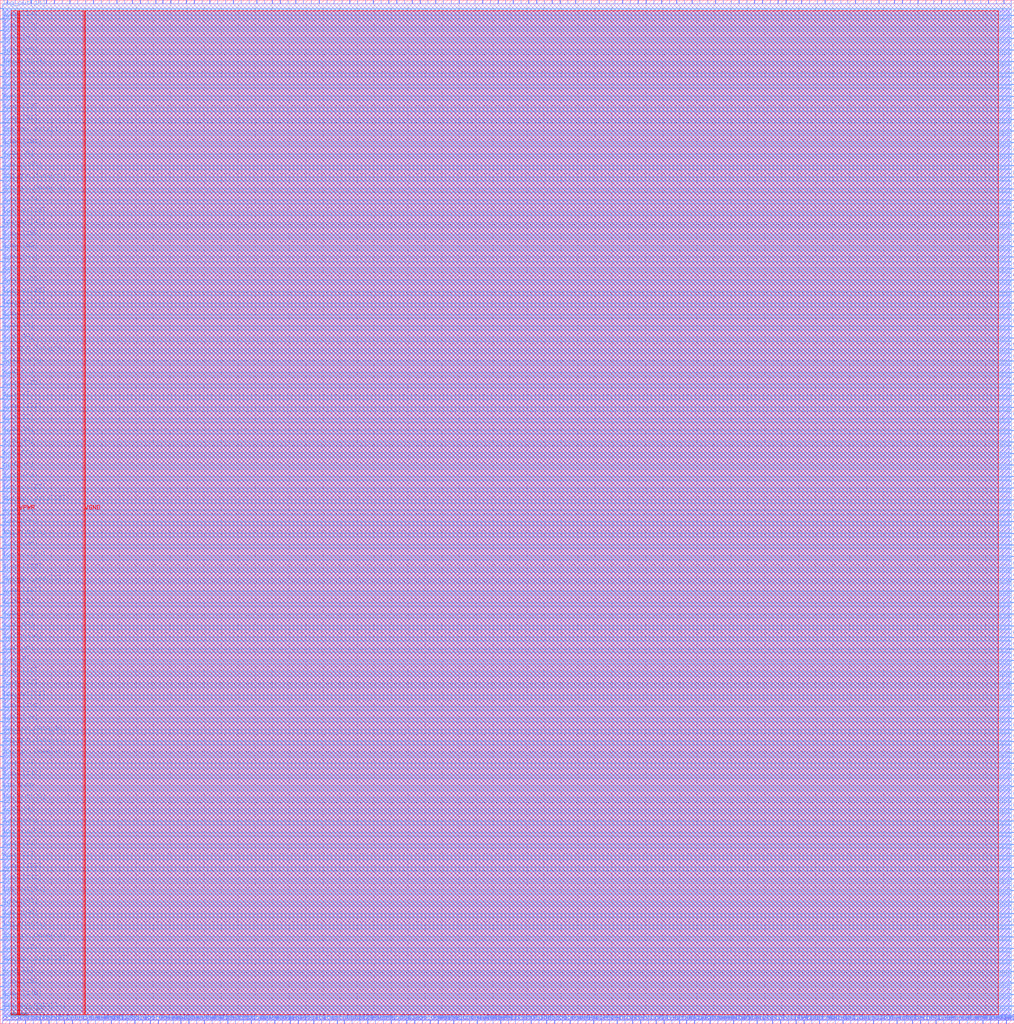
<source format=lef>
VERSION 5.7 ;
  NOWIREEXTENSIONATPIN ON ;
  DIVIDERCHAR "/" ;
  BUSBITCHARS "[]" ;
MACRO register_file_16_1489f923c4dca729178b3e3233458550d8dddf29
  CLASS BLOCK ;
  FOREIGN register_file_16_1489f923c4dca729178b3e3233458550d8dddf29 ;
  ORIGIN 0.000 0.000 ;
  SIZE 1193.470 BY 1204.190 ;
  PIN clk
    DIRECTION INPUT ;
    PORT
      LAYER met2 ;
        RECT 173.970 1200.190 174.250 1204.190 ;
    END
  END clk
  PIN d_in[0]
    DIRECTION INPUT ;
    PORT
      LAYER met2 ;
        RECT 1126.170 1200.190 1126.450 1204.190 ;
    END
  END d_in[0]
  PIN d_in[10]
    DIRECTION INPUT ;
    PORT
      LAYER met2 ;
        RECT 35.970 1200.190 36.250 1204.190 ;
    END
  END d_in[10]
  PIN d_in[11]
    DIRECTION INPUT ;
    PORT
      LAYER met3 ;
        RECT 1189.470 47.640 1193.470 48.240 ;
    END
  END d_in[11]
  PIN d_in[12]
    DIRECTION INPUT ;
    PORT
      LAYER met2 ;
        RECT 863.050 0.000 863.330 4.000 ;
    END
  END d_in[12]
  PIN d_in[13]
    DIRECTION INPUT ;
    PORT
      LAYER met3 ;
        RECT 0.000 247.560 4.000 248.160 ;
    END
  END d_in[13]
  PIN d_in[14]
    DIRECTION INPUT ;
    PORT
      LAYER met2 ;
        RECT 1153.770 1200.190 1154.050 1204.190 ;
    END
  END d_in[14]
  PIN d_in[15]
    DIRECTION INPUT ;
    PORT
      LAYER met2 ;
        RECT 332.210 0.000 332.490 4.000 ;
    END
  END d_in[15]
  PIN d_in[16]
    DIRECTION INPUT ;
    PORT
      LAYER met3 ;
        RECT 0.000 816.040 4.000 816.640 ;
    END
  END d_in[16]
  PIN d_in[17]
    DIRECTION INPUT ;
    PORT
      LAYER met3 ;
        RECT 1189.470 399.880 1193.470 400.480 ;
    END
  END d_in[17]
  PIN d_in[18]
    DIRECTION INPUT ;
    PORT
      LAYER met3 ;
        RECT 0.000 436.600 4.000 437.200 ;
    END
  END d_in[18]
  PIN d_in[19]
    DIRECTION INPUT ;
    PORT
      LAYER met3 ;
        RECT 1189.470 1022.760 1193.470 1023.360 ;
    END
  END d_in[19]
  PIN d_in[1]
    DIRECTION INPUT ;
    PORT
      LAYER met2 ;
        RECT 112.330 0.000 112.610 4.000 ;
    END
  END d_in[1]
  PIN d_in[20]
    DIRECTION INPUT ;
    PORT
      LAYER met2 ;
        RECT 823.490 1200.190 823.770 1204.190 ;
    END
  END d_in[20]
  PIN d_in[21]
    DIRECTION INPUT ;
    PORT
      LAYER met2 ;
        RECT 304.610 0.000 304.890 4.000 ;
    END
  END d_in[21]
  PIN d_in[22]
    DIRECTION INPUT ;
    PORT
      LAYER met2 ;
        RECT 8.370 1200.190 8.650 1204.190 ;
    END
  END d_in[22]
  PIN d_in[23]
    DIRECTION INPUT ;
    PORT
      LAYER met3 ;
        RECT 1189.470 590.280 1193.470 590.880 ;
    END
  END d_in[23]
  PIN d_in[2]
    DIRECTION INPUT ;
    PORT
      LAYER met2 ;
        RECT 432.490 0.000 432.770 4.000 ;
    END
  END d_in[2]
  PIN d_in[3]
    DIRECTION INPUT ;
    PORT
      LAYER met2 ;
        RECT 176.730 0.000 177.010 4.000 ;
    END
  END d_in[3]
  PIN d_in[4]
    DIRECTION INPUT ;
    PORT
      LAYER met3 ;
        RECT 0.000 734.440 4.000 735.040 ;
    END
  END d_in[4]
  PIN d_in[5]
    DIRECTION INPUT ;
    PORT
      LAYER met2 ;
        RECT 658.810 1200.190 659.090 1204.190 ;
    END
  END d_in[5]
  PIN d_in[6]
    DIRECTION INPUT ;
    PORT
      LAYER met2 ;
        RECT 359.810 0.000 360.090 4.000 ;
    END
  END d_in[6]
  PIN d_in[7]
    DIRECTION INPUT ;
    PORT
      LAYER met2 ;
        RECT 357.050 1200.190 357.330 1204.190 ;
    END
  END d_in[7]
  PIN d_in[8]
    DIRECTION INPUT ;
    PORT
      LAYER met3 ;
        RECT 1189.470 359.080 1193.470 359.680 ;
    END
  END d_in[8]
  PIN d_in[9]
    DIRECTION INPUT ;
    PORT
      LAYER met3 ;
        RECT 0.000 423.000 4.000 423.600 ;
    END
  END d_in[9]
  PIN d_out[0]
    DIRECTION OUTPUT TRISTATE ;
    PORT
      LAYER met3 ;
        RECT 0.000 300.600 4.000 301.200 ;
    END
  END d_out[0]
  PIN d_out[100]
    DIRECTION OUTPUT TRISTATE ;
    PORT
      LAYER met3 ;
        RECT 0.000 531.800 4.000 532.400 ;
    END
  END d_out[100]
  PIN d_out[101]
    DIRECTION OUTPUT TRISTATE ;
    PORT
      LAYER met3 ;
        RECT 0.000 368.600 4.000 369.200 ;
    END
  END d_out[101]
  PIN d_out[102]
    DIRECTION OUTPUT TRISTATE ;
    PORT
      LAYER met2 ;
        RECT 753.570 0.000 753.850 4.000 ;
    END
  END d_out[102]
  PIN d_out[103]
    DIRECTION OUTPUT TRISTATE ;
    PORT
      LAYER met2 ;
        RECT 631.210 1200.190 631.490 1204.190 ;
    END
  END d_out[103]
  PIN d_out[104]
    DIRECTION OUTPUT TRISTATE ;
    PORT
      LAYER met2 ;
        RECT 338.650 1200.190 338.930 1204.190 ;
    END
  END d_out[104]
  PIN d_out[105]
    DIRECTION OUTPUT TRISTATE ;
    PORT
      LAYER met2 ;
        RECT 915.490 1200.190 915.770 1204.190 ;
    END
  END d_out[105]
  PIN d_out[106]
    DIRECTION OUTPUT TRISTATE ;
    PORT
      LAYER met2 ;
        RECT 606.370 0.000 606.650 4.000 ;
    END
  END d_out[106]
  PIN d_out[107]
    DIRECTION OUTPUT TRISTATE ;
    PORT
      LAYER met2 ;
        RECT 240.210 0.000 240.490 4.000 ;
    END
  END d_out[107]
  PIN d_out[108]
    DIRECTION OUTPUT TRISTATE ;
    PORT
      LAYER met2 ;
        RECT 420.530 1200.190 420.810 1204.190 ;
    END
  END d_out[108]
  PIN d_out[109]
    DIRECTION OUTPUT TRISTATE ;
    PORT
      LAYER met3 ;
        RECT 0.000 775.240 4.000 775.840 ;
    END
  END d_out[109]
  PIN d_out[10]
    DIRECTION OUTPUT TRISTATE ;
    PORT
      LAYER met2 ;
        RECT 1156.530 0.000 1156.810 4.000 ;
    END
  END d_out[10]
  PIN d_out[110]
    DIRECTION OUTPUT TRISTATE ;
    PORT
      LAYER met3 ;
        RECT 1189.470 1185.960 1193.470 1186.560 ;
    END
  END d_out[110]
  PIN d_out[111]
    DIRECTION OUTPUT TRISTATE ;
    PORT
      LAYER met2 ;
        RECT 924.690 1200.190 924.970 1204.190 ;
    END
  END d_out[111]
  PIN d_out[112]
    DIRECTION OUTPUT TRISTATE ;
    PORT
      LAYER met2 ;
        RECT 530.930 1200.190 531.210 1204.190 ;
    END
  END d_out[112]
  PIN d_out[113]
    DIRECTION OUTPUT TRISTATE ;
    PORT
      LAYER met2 ;
        RECT 1052.570 1200.190 1052.850 1204.190 ;
    END
  END d_out[113]
  PIN d_out[114]
    DIRECTION OUTPUT TRISTATE ;
    PORT
      LAYER met3 ;
        RECT 0.000 450.200 4.000 450.800 ;
    END
  END d_out[114]
  PIN d_out[115]
    DIRECTION OUTPUT TRISTATE ;
    PORT
      LAYER met2 ;
        RECT 146.370 1200.190 146.650 1204.190 ;
    END
  END d_out[115]
  PIN d_out[116]
    DIRECTION OUTPUT TRISTATE ;
    PORT
      LAYER met2 ;
        RECT 295.410 0.000 295.690 4.000 ;
    END
  END d_out[116]
  PIN d_out[117]
    DIRECTION OUTPUT TRISTATE ;
    PORT
      LAYER met3 ;
        RECT 1189.470 792.920 1193.470 793.520 ;
    END
  END d_out[117]
  PIN d_out[118]
    DIRECTION OUTPUT TRISTATE ;
    PORT
      LAYER met2 ;
        RECT 375.450 1200.190 375.730 1204.190 ;
    END
  END d_out[118]
  PIN d_out[119]
    DIRECTION OUTPUT TRISTATE ;
    PORT
      LAYER met2 ;
        RECT 1070.970 1200.190 1071.250 1204.190 ;
    END
  END d_out[119]
  PIN d_out[11]
    DIRECTION OUTPUT TRISTATE ;
    PORT
      LAYER met2 ;
        RECT 1184.130 0.000 1184.410 4.000 ;
    END
  END d_out[11]
  PIN d_out[120]
    DIRECTION OUTPUT TRISTATE ;
    PORT
      LAYER met2 ;
        RECT 221.810 0.000 222.090 4.000 ;
    END
  END d_out[120]
  PIN d_out[121]
    DIRECTION OUTPUT TRISTATE ;
    PORT
      LAYER met3 ;
        RECT 0.000 84.360 4.000 84.960 ;
    END
  END d_out[121]
  PIN d_out[122]
    DIRECTION OUTPUT TRISTATE ;
    PORT
      LAYER met2 ;
        RECT 549.330 1200.190 549.610 1204.190 ;
    END
  END d_out[122]
  PIN d_out[123]
    DIRECTION OUTPUT TRISTATE ;
    PORT
      LAYER met3 ;
        RECT 0.000 1113.880 4.000 1114.480 ;
    END
  END d_out[123]
  PIN d_out[124]
    DIRECTION OUTPUT TRISTATE ;
    PORT
      LAYER met2 ;
        RECT 1080.170 1200.190 1080.450 1204.190 ;
    END
  END d_out[124]
  PIN d_out[125]
    DIRECTION OUTPUT TRISTATE ;
    PORT
      LAYER met3 ;
        RECT 0.000 748.040 4.000 748.640 ;
    END
  END d_out[125]
  PIN d_out[126]
    DIRECTION OUTPUT TRISTATE ;
    PORT
      LAYER met2 ;
        RECT 378.210 0.000 378.490 4.000 ;
    END
  END d_out[126]
  PIN d_out[127]
    DIRECTION OUTPUT TRISTATE ;
    PORT
      LAYER met3 ;
        RECT 1189.470 61.240 1193.470 61.840 ;
    END
  END d_out[127]
  PIN d_out[128]
    DIRECTION OUTPUT TRISTATE ;
    PORT
      LAYER met2 ;
        RECT 982.650 0.000 982.930 4.000 ;
    END
  END d_out[128]
  PIN d_out[129]
    DIRECTION OUTPUT TRISTATE ;
    PORT
      LAYER met2 ;
        RECT 402.130 1200.190 402.410 1204.190 ;
    END
  END d_out[129]
  PIN d_out[12]
    DIRECTION OUTPUT TRISTATE ;
    PORT
      LAYER met2 ;
        RECT 237.450 1200.190 237.730 1204.190 ;
    END
  END d_out[12]
  PIN d_out[130]
    DIRECTION OUTPUT TRISTATE ;
    PORT
      LAYER met3 ;
        RECT 1189.470 427.080 1193.470 427.680 ;
    END
  END d_out[130]
  PIN d_out[131]
    DIRECTION OUTPUT TRISTATE ;
    PORT
      LAYER met3 ;
        RECT 0.000 720.840 4.000 721.440 ;
    END
  END d_out[131]
  PIN d_out[132]
    DIRECTION OUTPUT TRISTATE ;
    PORT
      LAYER met2 ;
        RECT 841.890 1200.190 842.170 1204.190 ;
    END
  END d_out[132]
  PIN d_out[133]
    DIRECTION OUTPUT TRISTATE ;
    PORT
      LAYER met2 ;
        RECT 890.650 0.000 890.930 4.000 ;
    END
  END d_out[133]
  PIN d_out[134]
    DIRECTION OUTPUT TRISTATE ;
    PORT
      LAYER met2 ;
        RECT 1018.530 0.000 1018.810 4.000 ;
    END
  END d_out[134]
  PIN d_out[135]
    DIRECTION OUTPUT TRISTATE ;
    PORT
      LAYER met3 ;
        RECT 1189.470 1104.360 1193.470 1104.960 ;
    END
  END d_out[135]
  PIN d_out[136]
    DIRECTION OUTPUT TRISTATE ;
    PORT
      LAYER met2 ;
        RECT 249.410 0.000 249.690 4.000 ;
    END
  END d_out[136]
  PIN d_out[137]
    DIRECTION OUTPUT TRISTATE ;
    PORT
      LAYER met2 ;
        RECT 872.250 0.000 872.530 4.000 ;
    END
  END d_out[137]
  PIN d_out[138]
    DIRECTION OUTPUT TRISTATE ;
    PORT
      LAYER met2 ;
        RECT 478.490 0.000 478.770 4.000 ;
    END
  END d_out[138]
  PIN d_out[139]
    DIRECTION OUTPUT TRISTATE ;
    PORT
      LAYER met2 ;
        RECT 878.690 1200.190 878.970 1204.190 ;
    END
  END d_out[139]
  PIN d_out[13]
    DIRECTION OUTPUT TRISTATE ;
    PORT
      LAYER met2 ;
        RECT 558.530 1200.190 558.810 1204.190 ;
    END
  END d_out[13]
  PIN d_out[140]
    DIRECTION OUTPUT TRISTATE ;
    PORT
      LAYER met2 ;
        RECT 311.050 1200.190 311.330 1204.190 ;
    END
  END d_out[140]
  PIN d_out[141]
    DIRECTION OUTPUT TRISTATE ;
    PORT
      LAYER met3 ;
        RECT 0.000 165.960 4.000 166.560 ;
    END
  END d_out[141]
  PIN d_out[142]
    DIRECTION OUTPUT TRISTATE ;
    PORT
      LAYER met2 ;
        RECT 384.650 1200.190 384.930 1204.190 ;
    END
  END d_out[142]
  PIN d_out[143]
    DIRECTION OUTPUT TRISTATE ;
    PORT
      LAYER met2 ;
        RECT 781.170 0.000 781.450 4.000 ;
    END
  END d_out[143]
  PIN d_out[144]
    DIRECTION OUTPUT TRISTATE ;
    PORT
      LAYER met2 ;
        RECT 91.170 1200.190 91.450 1204.190 ;
    END
  END d_out[144]
  PIN d_out[145]
    DIRECTION OUTPUT TRISTATE ;
    PORT
      LAYER met2 ;
        RECT 323.010 0.000 323.290 4.000 ;
    END
  END d_out[145]
  PIN d_out[146]
    DIRECTION OUTPUT TRISTATE ;
    PORT
      LAYER met3 ;
        RECT 0.000 29.960 4.000 30.560 ;
    END
  END d_out[146]
  PIN d_out[147]
    DIRECTION OUTPUT TRISTATE ;
    PORT
      LAYER met3 ;
        RECT 0.000 288.360 4.000 288.960 ;
    END
  END d_out[147]
  PIN d_out[148]
    DIRECTION OUTPUT TRISTATE ;
    PORT
      LAYER met2 ;
        RECT 404.890 0.000 405.170 4.000 ;
    END
  END d_out[148]
  PIN d_out[149]
    DIRECTION OUTPUT TRISTATE ;
    PORT
      LAYER met2 ;
        RECT 1138.130 0.000 1138.410 4.000 ;
    END
  END d_out[149]
  PIN d_out[14]
    DIRECTION OUTPUT TRISTATE ;
    PORT
      LAYER met3 ;
        RECT 1189.470 8.200 1193.470 8.800 ;
    END
  END d_out[14]
  PIN d_out[150]
    DIRECTION OUTPUT TRISTATE ;
    PORT
      LAYER met2 ;
        RECT 952.290 1200.190 952.570 1204.190 ;
    END
  END d_out[150]
  PIN d_out[151]
    DIRECTION OUTPUT TRISTATE ;
    PORT
      LAYER met2 ;
        RECT 503.330 1200.190 503.610 1204.190 ;
    END
  END d_out[151]
  PIN d_out[152]
    DIRECTION OUTPUT TRISTATE ;
    PORT
      LAYER met3 ;
        RECT 1189.470 643.320 1193.470 643.920 ;
    END
  END d_out[152]
  PIN d_out[153]
    DIRECTION OUTPUT TRISTATE ;
    PORT
      LAYER met2 ;
        RECT 20.330 0.000 20.610 4.000 ;
    END
  END d_out[153]
  PIN d_out[154]
    DIRECTION OUTPUT TRISTATE ;
    PORT
      LAYER met2 ;
        RECT 158.330 0.000 158.610 4.000 ;
    END
  END d_out[154]
  PIN d_out[155]
    DIRECTION OUTPUT TRISTATE ;
    PORT
      LAYER met3 ;
        RECT 0.000 870.440 4.000 871.040 ;
    END
  END d_out[155]
  PIN d_out[156]
    DIRECTION OUTPUT TRISTATE ;
    PORT
      LAYER met2 ;
        RECT 183.170 1200.190 183.450 1204.190 ;
    END
  END d_out[156]
  PIN d_out[157]
    DIRECTION OUTPUT TRISTATE ;
    PORT
      LAYER met2 ;
        RECT 918.250 0.000 918.530 4.000 ;
    END
  END d_out[157]
  PIN d_out[158]
    DIRECTION OUTPUT TRISTATE ;
    PORT
      LAYER met2 ;
        RECT 185.930 0.000 186.210 4.000 ;
    END
  END d_out[158]
  PIN d_out[159]
    DIRECTION OUTPUT TRISTATE ;
    PORT
      LAYER met2 ;
        RECT 387.410 0.000 387.690 4.000 ;
    END
  END d_out[159]
  PIN d_out[15]
    DIRECTION OUTPUT TRISTATE ;
    PORT
      LAYER met3 ;
        RECT 1189.470 210.840 1193.470 211.440 ;
    END
  END d_out[15]
  PIN d_out[160]
    DIRECTION OUTPUT TRISTATE ;
    PORT
      LAYER met2 ;
        RECT 851.090 1200.190 851.370 1204.190 ;
    END
  END d_out[160]
  PIN d_out[161]
    DIRECTION OUTPUT TRISTATE ;
    PORT
      LAYER met3 ;
        RECT 0.000 1032.280 4.000 1032.880 ;
    END
  END d_out[161]
  PIN d_out[162]
    DIRECTION OUTPUT TRISTATE ;
    PORT
      LAYER met2 ;
        RECT 313.810 0.000 314.090 4.000 ;
    END
  END d_out[162]
  PIN d_out[163]
    DIRECTION OUTPUT TRISTATE ;
    PORT
      LAYER met3 ;
        RECT 0.000 43.560 4.000 44.160 ;
    END
  END d_out[163]
  PIN d_out[164]
    DIRECTION OUTPUT TRISTATE ;
    PORT
      LAYER met2 ;
        RECT 350.610 0.000 350.890 4.000 ;
    END
  END d_out[164]
  PIN d_out[165]
    DIRECTION OUTPUT TRISTATE ;
    PORT
      LAYER met2 ;
        RECT 265.050 1200.190 265.330 1204.190 ;
    END
  END d_out[165]
  PIN d_out[166]
    DIRECTION OUTPUT TRISTATE ;
    PORT
      LAYER met2 ;
        RECT 457.330 1200.190 457.610 1204.190 ;
    END
  END d_out[166]
  PIN d_out[167]
    DIRECTION OUTPUT TRISTATE ;
    PORT
      LAYER met3 ;
        RECT 0.000 504.600 4.000 505.200 ;
    END
  END d_out[167]
  PIN d_out[168]
    DIRECTION OUTPUT TRISTATE ;
    PORT
      LAYER met3 ;
        RECT 1189.470 927.560 1193.470 928.160 ;
    END
  END d_out[168]
  PIN d_out[169]
    DIRECTION OUTPUT TRISTATE ;
    PORT
      LAYER met3 ;
        RECT 0.000 923.480 4.000 924.080 ;
    END
  END d_out[169]
  PIN d_out[16]
    DIRECTION OUTPUT TRISTATE ;
    PORT
      LAYER met3 ;
        RECT 0.000 409.400 4.000 410.000 ;
    END
  END d_out[16]
  PIN d_out[170]
    DIRECTION OUTPUT TRISTATE ;
    PORT
      LAYER met2 ;
        RECT 347.850 1200.190 348.130 1204.190 ;
    END
  END d_out[170]
  PIN d_out[171]
    DIRECTION OUTPUT TRISTATE ;
    PORT
      LAYER met3 ;
        RECT 1189.470 1009.160 1193.470 1009.760 ;
    END
  END d_out[171]
  PIN d_out[172]
    DIRECTION OUTPUT TRISTATE ;
    PORT
      LAYER met3 ;
        RECT 1189.470 197.240 1193.470 197.840 ;
    END
  END d_out[172]
  PIN d_out[173]
    DIRECTION OUTPUT TRISTATE ;
    PORT
      LAYER met2 ;
        RECT 475.730 1200.190 476.010 1204.190 ;
    END
  END d_out[173]
  PIN d_out[174]
    DIRECTION OUTPUT TRISTATE ;
    PORT
      LAYER met3 ;
        RECT 0.000 964.280 4.000 964.880 ;
    END
  END d_out[174]
  PIN d_out[175]
    DIRECTION OUTPUT TRISTATE ;
    PORT
      LAYER met2 ;
        RECT 1172.170 1200.190 1172.450 1204.190 ;
    END
  END d_out[175]
  PIN d_out[176]
    DIRECTION OUTPUT TRISTATE ;
    PORT
      LAYER met2 ;
        RECT 1001.050 0.000 1001.330 4.000 ;
    END
  END d_out[176]
  PIN d_out[177]
    DIRECTION OUTPUT TRISTATE ;
    PORT
      LAYER met2 ;
        RECT 127.970 1200.190 128.250 1204.190 ;
    END
  END d_out[177]
  PIN d_out[178]
    DIRECTION OUTPUT TRISTATE ;
    PORT
      LAYER met2 ;
        RECT 414.090 0.000 414.370 4.000 ;
    END
  END d_out[178]
  PIN d_out[179]
    DIRECTION OUTPUT TRISTATE ;
    PORT
      LAYER met2 ;
        RECT 909.050 0.000 909.330 4.000 ;
    END
  END d_out[179]
  PIN d_out[17]
    DIRECTION OUTPUT TRISTATE ;
    PORT
      LAYER met2 ;
        RECT 881.450 0.000 881.730 4.000 ;
    END
  END d_out[17]
  PIN d_out[180]
    DIRECTION OUTPUT TRISTATE ;
    PORT
      LAYER met2 ;
        RECT 790.370 0.000 790.650 4.000 ;
    END
  END d_out[180]
  PIN d_out[181]
    DIRECTION OUTPUT TRISTATE ;
    PORT
      LAYER met3 ;
        RECT 1189.470 888.120 1193.470 888.720 ;
    END
  END d_out[181]
  PIN d_out[182]
    DIRECTION OUTPUT TRISTATE ;
    PORT
      LAYER met3 ;
        RECT 1189.470 629.720 1193.470 630.320 ;
    END
  END d_out[182]
  PIN d_out[183]
    DIRECTION OUTPUT TRISTATE ;
    PORT
      LAYER met3 ;
        RECT 0.000 179.560 4.000 180.160 ;
    END
  END d_out[183]
  PIN d_out[184]
    DIRECTION OUTPUT TRISTATE ;
    PORT
      LAYER met2 ;
        RECT 209.850 1200.190 210.130 1204.190 ;
    END
  END d_out[184]
  PIN d_out[185]
    DIRECTION OUTPUT TRISTATE ;
    PORT
      LAYER met3 ;
        RECT 0.000 1005.080 4.000 1005.680 ;
    END
  END d_out[185]
  PIN d_out[186]
    DIRECTION OUTPUT TRISTATE ;
    PORT
      LAYER met3 ;
        RECT 1189.470 129.240 1193.470 129.840 ;
    END
  END d_out[186]
  PIN d_out[187]
    DIRECTION OUTPUT TRISTATE ;
    PORT
      LAYER met3 ;
        RECT 1189.470 535.880 1193.470 536.480 ;
    END
  END d_out[187]
  PIN d_out[188]
    DIRECTION OUTPUT TRISTATE ;
    PORT
      LAYER met3 ;
        RECT 1189.470 1117.960 1193.470 1118.560 ;
    END
  END d_out[188]
  PIN d_out[189]
    DIRECTION OUTPUT TRISTATE ;
    PORT
      LAYER met2 ;
        RECT 301.850 1200.190 302.130 1204.190 ;
    END
  END d_out[189]
  PIN d_out[18]
    DIRECTION OUTPUT TRISTATE ;
    PORT
      LAYER met2 ;
        RECT 661.570 0.000 661.850 4.000 ;
    END
  END d_out[18]
  PIN d_out[190]
    DIRECTION OUTPUT TRISTATE ;
    PORT
      LAYER met2 ;
        RECT 588.890 0.000 589.170 4.000 ;
    END
  END d_out[190]
  PIN d_out[191]
    DIRECTION OUTPUT TRISTATE ;
    PORT
      LAYER met2 ;
        RECT 29.530 0.000 29.810 4.000 ;
    END
  END d_out[191]
  PIN d_out[19]
    DIRECTION OUTPUT TRISTATE ;
    PORT
      LAYER met2 ;
        RECT 955.050 0.000 955.330 4.000 ;
    END
  END d_out[19]
  PIN d_out[1]
    DIRECTION OUTPUT TRISTATE ;
    PORT
      LAYER met3 ;
        RECT 1189.470 251.640 1193.470 252.240 ;
    END
  END d_out[1]
  PIN d_out[20]
    DIRECTION OUTPUT TRISTATE ;
    PORT
      LAYER met3 ;
        RECT 1189.470 386.280 1193.470 386.880 ;
    END
  END d_out[20]
  PIN d_out[21]
    DIRECTION OUTPUT TRISTATE ;
    PORT
      LAYER met3 ;
        RECT 0.000 206.760 4.000 207.360 ;
    END
  END d_out[21]
  PIN d_out[22]
    DIRECTION OUTPUT TRISTATE ;
    PORT
      LAYER met2 ;
        RECT 943.090 1200.190 943.370 1204.190 ;
    END
  END d_out[22]
  PIN d_out[23]
    DIRECTION OUTPUT TRISTATE ;
    PORT
      LAYER met2 ;
        RECT 258.610 0.000 258.890 4.000 ;
    END
  END d_out[23]
  PIN d_out[24]
    DIRECTION OUTPUT TRISTATE ;
    PORT
      LAYER met3 ;
        RECT 0.000 1181.880 4.000 1182.480 ;
    END
  END d_out[24]
  PIN d_out[25]
    DIRECTION OUTPUT TRISTATE ;
    PORT
      LAYER met2 ;
        RECT 1046.130 0.000 1046.410 4.000 ;
    END
  END d_out[25]
  PIN d_out[26]
    DIRECTION OUTPUT TRISTATE ;
    PORT
      LAYER met2 ;
        RECT 103.130 0.000 103.410 4.000 ;
    END
  END d_out[26]
  PIN d_out[27]
    DIRECTION OUTPUT TRISTATE ;
    PORT
      LAYER met3 ;
        RECT 1189.470 292.440 1193.470 293.040 ;
    END
  END d_out[27]
  PIN d_out[28]
    DIRECTION OUTPUT TRISTATE ;
    PORT
      LAYER met3 ;
        RECT 0.000 559.000 4.000 559.600 ;
    END
  END d_out[28]
  PIN d_out[29]
    DIRECTION OUTPUT TRISTATE ;
    PORT
      LAYER met2 ;
        RECT 567.730 1200.190 568.010 1204.190 ;
    END
  END d_out[29]
  PIN d_out[2]
    DIRECTION OUTPUT TRISTATE ;
    PORT
      LAYER met3 ;
        RECT 0.000 829.640 4.000 830.240 ;
    END
  END d_out[2]
  PIN d_out[30]
    DIRECTION OUTPUT TRISTATE ;
    PORT
      LAYER met2 ;
        RECT 1098.570 1200.190 1098.850 1204.190 ;
    END
  END d_out[30]
  PIN d_out[31]
    DIRECTION OUTPUT TRISTATE ;
    PORT
      LAYER met2 ;
        RECT 787.610 1200.190 787.890 1204.190 ;
    END
  END d_out[31]
  PIN d_out[32]
    DIRECTION OUTPUT TRISTATE ;
    PORT
      LAYER met3 ;
        RECT 1189.470 563.080 1193.470 563.680 ;
    END
  END d_out[32]
  PIN d_out[33]
    DIRECTION OUTPUT TRISTATE ;
    PORT
      LAYER met2 ;
        RECT 668.010 1200.190 668.290 1204.190 ;
    END
  END d_out[33]
  PIN d_out[34]
    DIRECTION OUTPUT TRISTATE ;
    PORT
      LAYER met2 ;
        RECT 689.170 0.000 689.450 4.000 ;
    END
  END d_out[34]
  PIN d_out[35]
    DIRECTION OUTPUT TRISTATE ;
    PORT
      LAYER met2 ;
        RECT 392.930 1200.190 393.210 1204.190 ;
    END
  END d_out[35]
  PIN d_out[36]
    DIRECTION OUTPUT TRISTATE ;
    PORT
      LAYER met2 ;
        RECT 423.290 0.000 423.570 4.000 ;
    END
  END d_out[36]
  PIN d_out[37]
    DIRECTION OUTPUT TRISTATE ;
    PORT
      LAYER met2 ;
        RECT 396.610 0.000 396.890 4.000 ;
    END
  END d_out[37]
  PIN d_out[38]
    DIRECTION OUTPUT TRISTATE ;
    PORT
      LAYER met3 ;
        RECT 0.000 355.000 4.000 355.600 ;
    END
  END d_out[38]
  PIN d_out[39]
    DIRECTION OUTPUT TRISTATE ;
    PORT
      LAYER met3 ;
        RECT 1189.470 765.720 1193.470 766.320 ;
    END
  END d_out[39]
  PIN d_out[3]
    DIRECTION OUTPUT TRISTATE ;
    PORT
      LAYER met2 ;
        RECT 121.530 0.000 121.810 4.000 ;
    END
  END d_out[3]
  PIN d_out[40]
    DIRECTION OUTPUT TRISTATE ;
    PORT
      LAYER met3 ;
        RECT 1189.470 752.120 1193.470 752.720 ;
    END
  END d_out[40]
  PIN d_out[41]
    DIRECTION OUTPUT TRISTATE ;
    PORT
      LAYER met3 ;
        RECT 1189.470 440.680 1193.470 441.280 ;
    END
  END d_out[41]
  PIN d_out[42]
    DIRECTION OUTPUT TRISTATE ;
    PORT
      LAYER met2 ;
        RECT 118.770 1200.190 119.050 1204.190 ;
    END
  END d_out[42]
  PIN d_out[43]
    DIRECTION OUTPUT TRISTATE ;
    PORT
      LAYER met3 ;
        RECT 1189.470 995.560 1193.470 996.160 ;
    END
  END d_out[43]
  PIN d_out[44]
    DIRECTION OUTPUT TRISTATE ;
    PORT
      LAYER met2 ;
        RECT 1064.530 0.000 1064.810 4.000 ;
    END
  END d_out[44]
  PIN d_out[45]
    DIRECTION OUTPUT TRISTATE ;
    PORT
      LAYER met2 ;
        RECT 139.930 0.000 140.210 4.000 ;
    END
  END d_out[45]
  PIN d_out[46]
    DIRECTION OUTPUT TRISTATE ;
    PORT
      LAYER met2 ;
        RECT 494.130 1200.190 494.410 1204.190 ;
    END
  END d_out[46]
  PIN d_out[47]
    DIRECTION OUTPUT TRISTATE ;
    PORT
      LAYER met2 ;
        RECT 979.890 1200.190 980.170 1204.190 ;
    END
  END d_out[47]
  PIN d_out[48]
    DIRECTION OUTPUT TRISTATE ;
    PORT
      LAYER met2 ;
        RECT 795.890 1200.190 796.170 1204.190 ;
    END
  END d_out[48]
  PIN d_out[49]
    DIRECTION OUTPUT TRISTATE ;
    PORT
      LAYER met3 ;
        RECT 0.000 233.960 4.000 234.560 ;
    END
  END d_out[49]
  PIN d_out[4]
    DIRECTION OUTPUT TRISTATE ;
    PORT
      LAYER met2 ;
        RECT 579.690 0.000 579.970 4.000 ;
    END
  END d_out[4]
  PIN d_out[50]
    DIRECTION OUTPUT TRISTATE ;
    PORT
      LAYER met3 ;
        RECT 1189.470 981.960 1193.470 982.560 ;
    END
  END d_out[50]
  PIN d_out[51]
    DIRECTION OUTPUT TRISTATE ;
    PORT
      LAYER met3 ;
        RECT 0.000 138.760 4.000 139.360 ;
    END
  END d_out[51]
  PIN d_out[52]
    DIRECTION OUTPUT TRISTATE ;
    PORT
      LAYER met3 ;
        RECT 0.000 639.240 4.000 639.840 ;
    END
  END d_out[52]
  PIN d_out[53]
    DIRECTION OUTPUT TRISTATE ;
    PORT
      LAYER met2 ;
        RECT 496.890 0.000 497.170 4.000 ;
    END
  END d_out[53]
  PIN d_out[54]
    DIRECTION OUTPUT TRISTATE ;
    PORT
      LAYER met2 ;
        RECT 466.530 1200.190 466.810 1204.190 ;
    END
  END d_out[54]
  PIN d_out[55]
    DIRECTION OUTPUT TRISTATE ;
    PORT
      LAYER met2 ;
        RECT 1089.370 1200.190 1089.650 1204.190 ;
    END
  END d_out[55]
  PIN d_out[56]
    DIRECTION OUTPUT TRISTATE ;
    PORT
      LAYER met2 ;
        RECT 561.290 0.000 561.570 4.000 ;
    END
  END d_out[56]
  PIN d_out[57]
    DIRECTION OUTPUT TRISTATE ;
    PORT
      LAYER met2 ;
        RECT 686.410 1200.190 686.690 1204.190 ;
    END
  END d_out[57]
  PIN d_out[58]
    DIRECTION OUTPUT TRISTATE ;
    PORT
      LAYER met3 ;
        RECT 0.000 1073.080 4.000 1073.680 ;
    END
  END d_out[58]
  PIN d_out[59]
    DIRECTION OUTPUT TRISTATE ;
    PORT
      LAYER met2 ;
        RECT 927.450 0.000 927.730 4.000 ;
    END
  END d_out[59]
  PIN d_out[5]
    DIRECTION OUTPUT TRISTATE ;
    PORT
      LAYER met3 ;
        RECT 1189.470 711.320 1193.470 711.920 ;
    END
  END d_out[5]
  PIN d_out[60]
    DIRECTION OUTPUT TRISTATE ;
    PORT
      LAYER met2 ;
        RECT 603.610 1200.190 603.890 1204.190 ;
    END
  END d_out[60]
  PIN d_out[61]
    DIRECTION OUTPUT TRISTATE ;
    PORT
      LAYER met2 ;
        RECT 741.610 1200.190 741.890 1204.190 ;
    END
  END d_out[61]
  PIN d_out[62]
    DIRECTION OUTPUT TRISTATE ;
    PORT
      LAYER met2 ;
        RECT 130.730 0.000 131.010 4.000 ;
    END
  END d_out[62]
  PIN d_out[63]
    DIRECTION OUTPUT TRISTATE ;
    PORT
      LAYER met3 ;
        RECT 0.000 395.800 4.000 396.400 ;
    END
  END d_out[63]
  PIN d_out[64]
    DIRECTION OUTPUT TRISTATE ;
    PORT
      LAYER met3 ;
        RECT 0.000 884.040 4.000 884.640 ;
    END
  END d_out[64]
  PIN d_out[65]
    DIRECTION OUTPUT TRISTATE ;
    PORT
      LAYER met2 ;
        RECT 63.570 1200.190 63.850 1204.190 ;
    END
  END d_out[65]
  PIN d_out[66]
    DIRECTION OUTPUT TRISTATE ;
    PORT
      LAYER met3 ;
        RECT 1189.470 833.720 1193.470 834.320 ;
    END
  END d_out[66]
  PIN d_out[67]
    DIRECTION OUTPUT TRISTATE ;
    PORT
      LAYER met3 ;
        RECT 1189.470 941.160 1193.470 941.760 ;
    END
  END d_out[67]
  PIN d_out[68]
    DIRECTION OUTPUT TRISTATE ;
    PORT
      LAYER met3 ;
        RECT 0.000 909.880 4.000 910.480 ;
    END
  END d_out[68]
  PIN d_out[69]
    DIRECTION OUTPUT TRISTATE ;
    PORT
      LAYER met3 ;
        RECT 1189.470 901.720 1193.470 902.320 ;
    END
  END d_out[69]
  PIN d_out[6]
    DIRECTION OUTPUT TRISTATE ;
    PORT
      LAYER met2 ;
        RECT 506.090 0.000 506.370 4.000 ;
    END
  END d_out[6]
  PIN d_out[70]
    DIRECTION OUTPUT TRISTATE ;
    PORT
      LAYER met3 ;
        RECT 1189.470 156.440 1193.470 157.040 ;
    END
  END d_out[70]
  PIN d_out[71]
    DIRECTION OUTPUT TRISTATE ;
    PORT
      LAYER met3 ;
        RECT 0.000 1100.280 4.000 1100.880 ;
    END
  END d_out[71]
  PIN d_out[72]
    DIRECTION OUTPUT TRISTATE ;
    PORT
      LAYER met2 ;
        RECT 2.850 0.000 3.130 4.000 ;
    END
  END d_out[72]
  PIN d_out[73]
    DIRECTION OUTPUT TRISTATE ;
    PORT
      LAYER met2 ;
        RECT 714.010 1200.190 714.290 1204.190 ;
    END
  END d_out[73]
  PIN d_out[74]
    DIRECTION OUTPUT TRISTATE ;
    PORT
      LAYER met2 ;
        RECT 195.130 0.000 195.410 4.000 ;
    END
  END d_out[74]
  PIN d_out[75]
    DIRECTION OUTPUT TRISTATE ;
    PORT
      LAYER met2 ;
        RECT 93.930 0.000 94.210 4.000 ;
    END
  END d_out[75]
  PIN d_out[76]
    DIRECTION OUTPUT TRISTATE ;
    PORT
      LAYER met2 ;
        RECT 997.370 1200.190 997.650 1204.190 ;
    END
  END d_out[76]
  PIN d_out[77]
    DIRECTION OUTPUT TRISTATE ;
    PORT
      LAYER met3 ;
        RECT 0.000 1168.280 4.000 1168.880 ;
    END
  END d_out[77]
  PIN d_out[78]
    DIRECTION OUTPUT TRISTATE ;
    PORT
      LAYER met2 ;
        RECT 320.250 1200.190 320.530 1204.190 ;
    END
  END d_out[78]
  PIN d_out[79]
    DIRECTION OUTPUT TRISTATE ;
    PORT
      LAYER met2 ;
        RECT 521.730 1200.190 522.010 1204.190 ;
    END
  END d_out[79]
  PIN d_out[7]
    DIRECTION OUTPUT TRISTATE ;
    PORT
      LAYER met2 ;
        RECT 484.930 1200.190 485.210 1204.190 ;
    END
  END d_out[7]
  PIN d_out[80]
    DIRECTION OUTPUT TRISTATE ;
    PORT
      LAYER met3 ;
        RECT 1189.470 306.040 1193.470 306.640 ;
    END
  END d_out[80]
  PIN d_out[81]
    DIRECTION OUTPUT TRISTATE ;
    PORT
      LAYER met3 ;
        RECT 1189.470 522.280 1193.470 522.880 ;
    END
  END d_out[81]
  PIN d_out[82]
    DIRECTION OUTPUT TRISTATE ;
    PORT
      LAYER met2 ;
        RECT 1165.730 0.000 1166.010 4.000 ;
    END
  END d_out[82]
  PIN d_out[83]
    DIRECTION OUTPUT TRISTATE ;
    PORT
      LAYER met3 ;
        RECT 1189.470 1049.960 1193.470 1050.560 ;
    END
  END d_out[83]
  PIN d_out[84]
    DIRECTION OUTPUT TRISTATE ;
    PORT
      LAYER met2 ;
        RECT 17.570 1200.190 17.850 1204.190 ;
    END
  END d_out[84]
  PIN d_out[85]
    DIRECTION OUTPUT TRISTATE ;
    PORT
      LAYER met3 ;
        RECT 1189.470 684.120 1193.470 684.720 ;
    END
  END d_out[85]
  PIN d_out[86]
    DIRECTION OUTPUT TRISTATE ;
    PORT
      LAYER met3 ;
        RECT 0.000 1141.080 4.000 1141.680 ;
    END
  END d_out[86]
  PIN d_out[87]
    DIRECTION OUTPUT TRISTATE ;
    PORT
      LAYER met3 ;
        RECT 0.000 1154.680 4.000 1155.280 ;
    END
  END d_out[87]
  PIN d_out[88]
    DIRECTION OUTPUT TRISTATE ;
    PORT
      LAYER met3 ;
        RECT 1189.470 102.040 1193.470 102.640 ;
    END
  END d_out[88]
  PIN d_out[89]
    DIRECTION OUTPUT TRISTATE ;
    PORT
      LAYER met2 ;
        RECT 1036.930 0.000 1037.210 4.000 ;
    END
  END d_out[89]
  PIN d_out[8]
    DIRECTION OUTPUT TRISTATE ;
    PORT
      LAYER met2 ;
        RECT 1116.970 1200.190 1117.250 1204.190 ;
    END
  END d_out[8]
  PIN d_out[90]
    DIRECTION OUTPUT TRISTATE ;
    PORT
      LAYER met3 ;
        RECT 0.000 586.200 4.000 586.800 ;
    END
  END d_out[90]
  PIN d_out[91]
    DIRECTION OUTPUT TRISTATE ;
    PORT
      LAYER met3 ;
        RECT 0.000 1059.480 4.000 1060.080 ;
    END
  END d_out[91]
  PIN d_out[92]
    DIRECTION OUTPUT TRISTATE ;
    PORT
      LAYER met2 ;
        RECT 438.930 1200.190 439.210 1204.190 ;
    END
  END d_out[92]
  PIN d_out[93]
    DIRECTION OUTPUT TRISTATE ;
    PORT
      LAYER met3 ;
        RECT 0.000 896.280 4.000 896.880 ;
    END
  END d_out[93]
  PIN d_out[94]
    DIRECTION OUTPUT TRISTATE ;
    PORT
      LAYER met3 ;
        RECT 1189.470 170.040 1193.470 170.640 ;
    END
  END d_out[94]
  PIN d_out[95]
    DIRECTION OUTPUT TRISTATE ;
    PORT
      LAYER met2 ;
        RECT 411.330 1200.190 411.610 1204.190 ;
    END
  END d_out[95]
  PIN d_out[96]
    DIRECTION OUTPUT TRISTATE ;
    PORT
      LAYER met3 ;
        RECT 0.000 125.160 4.000 125.760 ;
    END
  END d_out[96]
  PIN d_out[97]
    DIRECTION OUTPUT TRISTATE ;
    PORT
      LAYER met2 ;
        RECT 762.770 0.000 763.050 4.000 ;
    END
  END d_out[97]
  PIN d_out[98]
    DIRECTION OUTPUT TRISTATE ;
    PORT
      LAYER met2 ;
        RECT 624.770 0.000 625.050 4.000 ;
    END
  END d_out[98]
  PIN d_out[99]
    DIRECTION OUTPUT TRISTATE ;
    PORT
      LAYER met2 ;
        RECT 1189.650 1200.190 1189.930 1204.190 ;
    END
  END d_out[99]
  PIN d_out[9]
    DIRECTION OUTPUT TRISTATE ;
    PORT
      LAYER met3 ;
        RECT 1189.470 779.320 1193.470 779.920 ;
    END
  END d_out[9]
  PIN dbg_gpr_ack
    DIRECTION OUTPUT TRISTATE ;
    PORT
      LAYER met3 ;
        RECT 1189.470 278.840 1193.470 279.440 ;
    END
  END dbg_gpr_ack
  PIN dbg_gpr_addr[0]
    DIRECTION INPUT ;
    PORT
      LAYER met3 ;
        RECT 1189.470 372.680 1193.470 373.280 ;
    END
  END dbg_gpr_addr[0]
  PIN dbg_gpr_addr[1]
    DIRECTION INPUT ;
    PORT
      LAYER met2 ;
        RECT 887.890 1200.190 888.170 1204.190 ;
    END
  END dbg_gpr_addr[1]
  PIN dbg_gpr_addr[2]
    DIRECTION INPUT ;
    PORT
      LAYER met3 ;
        RECT 1189.470 142.840 1193.470 143.440 ;
    END
  END dbg_gpr_addr[2]
  PIN dbg_gpr_addr[3]
    DIRECTION INPUT ;
    PORT
      LAYER met3 ;
        RECT 1189.470 576.680 1193.470 577.280 ;
    END
  END dbg_gpr_addr[3]
  PIN dbg_gpr_addr[4]
    DIRECTION INPUT ;
    PORT
      LAYER met2 ;
        RECT 512.530 1200.190 512.810 1204.190 ;
    END
  END dbg_gpr_addr[4]
  PIN dbg_gpr_addr[5]
    DIRECTION INPUT ;
    PORT
      LAYER met3 ;
        RECT 0.000 518.200 4.000 518.800 ;
    END
  END dbg_gpr_addr[5]
  PIN dbg_gpr_addr[6]
    DIRECTION INPUT ;
    PORT
      LAYER met2 ;
        RECT 75.530 0.000 75.810 4.000 ;
    END
  END dbg_gpr_addr[6]
  PIN dbg_gpr_data[0]
    DIRECTION OUTPUT TRISTATE ;
    PORT
      LAYER met2 ;
        RECT 936.650 0.000 936.930 4.000 ;
    END
  END dbg_gpr_data[0]
  PIN dbg_gpr_data[10]
    DIRECTION OUTPUT TRISTATE ;
    PORT
      LAYER met3 ;
        RECT 1189.470 238.040 1193.470 238.640 ;
    END
  END dbg_gpr_data[10]
  PIN dbg_gpr_data[11]
    DIRECTION OUTPUT TRISTATE ;
    PORT
      LAYER met3 ;
        RECT 0.000 327.800 4.000 328.400 ;
    END
  END dbg_gpr_data[11]
  PIN dbg_gpr_data[12]
    DIRECTION OUTPUT TRISTATE ;
    PORT
      LAYER met3 ;
        RECT 1189.470 115.640 1193.470 116.240 ;
    END
  END dbg_gpr_data[12]
  PIN dbg_gpr_data[13]
    DIRECTION OUTPUT TRISTATE ;
    PORT
      LAYER met3 ;
        RECT 0.000 16.360 4.000 16.960 ;
    END
  END dbg_gpr_data[13]
  PIN dbg_gpr_data[14]
    DIRECTION OUTPUT TRISTATE ;
    PORT
      LAYER met3 ;
        RECT 1189.470 495.080 1193.470 495.680 ;
    END
  END dbg_gpr_data[14]
  PIN dbg_gpr_data[15]
    DIRECTION OUTPUT TRISTATE ;
    PORT
      LAYER met3 ;
        RECT 0.000 314.200 4.000 314.800 ;
    END
  END dbg_gpr_data[15]
  PIN dbg_gpr_data[16]
    DIRECTION OUTPUT TRISTATE ;
    PORT
      LAYER met2 ;
        RECT 164.770 1200.190 165.050 1204.190 ;
    END
  END dbg_gpr_data[16]
  PIN dbg_gpr_data[17]
    DIRECTION OUTPUT TRISTATE ;
    PORT
      LAYER met3 ;
        RECT 1189.470 345.480 1193.470 346.080 ;
    END
  END dbg_gpr_data[17]
  PIN dbg_gpr_data[18]
    DIRECTION OUTPUT TRISTATE ;
    PORT
      LAYER met2 ;
        RECT 267.810 0.000 268.090 4.000 ;
    END
  END dbg_gpr_data[18]
  PIN dbg_gpr_data[19]
    DIRECTION OUTPUT TRISTATE ;
    PORT
      LAYER met2 ;
        RECT 643.170 0.000 643.450 4.000 ;
    END
  END dbg_gpr_data[19]
  PIN dbg_gpr_data[1]
    DIRECTION OUTPUT TRISTATE ;
    PORT
      LAYER met2 ;
        RECT 869.490 1200.190 869.770 1204.190 ;
    END
  END dbg_gpr_data[1]
  PIN dbg_gpr_data[20]
    DIRECTION OUTPUT TRISTATE ;
    PORT
      LAYER met3 ;
        RECT 1189.470 968.360 1193.470 968.960 ;
    END
  END dbg_gpr_data[20]
  PIN dbg_gpr_data[21]
    DIRECTION OUTPUT TRISTATE ;
    PORT
      LAYER met2 ;
        RECT 369.010 0.000 369.290 4.000 ;
    END
  END dbg_gpr_data[21]
  PIN dbg_gpr_data[22]
    DIRECTION OUTPUT TRISTATE ;
    PORT
      LAYER met2 ;
        RECT 1119.730 0.000 1120.010 4.000 ;
    END
  END dbg_gpr_data[22]
  PIN dbg_gpr_data[23]
    DIRECTION OUTPUT TRISTATE ;
    PORT
      LAYER met2 ;
        RECT 860.290 1200.190 860.570 1204.190 ;
    END
  END dbg_gpr_data[23]
  PIN dbg_gpr_data[24]
    DIRECTION OUTPUT TRISTATE ;
    PORT
      LAYER met2 ;
        RECT 286.210 0.000 286.490 4.000 ;
    END
  END dbg_gpr_data[24]
  PIN dbg_gpr_data[25]
    DIRECTION OUTPUT TRISTATE ;
    PORT
      LAYER met2 ;
        RECT 771.970 0.000 772.250 4.000 ;
    END
  END dbg_gpr_data[25]
  PIN dbg_gpr_data[26]
    DIRECTION OUTPUT TRISTATE ;
    PORT
      LAYER met3 ;
        RECT 1189.470 413.480 1193.470 414.080 ;
    END
  END dbg_gpr_data[26]
  PIN dbg_gpr_data[27]
    DIRECTION OUTPUT TRISTATE ;
    PORT
      LAYER met3 ;
        RECT 1189.470 656.920 1193.470 657.520 ;
    END
  END dbg_gpr_data[27]
  PIN dbg_gpr_data[28]
    DIRECTION OUTPUT TRISTATE ;
    PORT
      LAYER met2 ;
        RECT 203.410 0.000 203.690 4.000 ;
    END
  END dbg_gpr_data[28]
  PIN dbg_gpr_data[29]
    DIRECTION OUTPUT TRISTATE ;
    PORT
      LAYER met2 ;
        RECT 84.730 0.000 85.010 4.000 ;
    END
  END dbg_gpr_data[29]
  PIN dbg_gpr_data[2]
    DIRECTION OUTPUT TRISTATE ;
    PORT
      LAYER met2 ;
        RECT 1024.970 1200.190 1025.250 1204.190 ;
    END
  END dbg_gpr_data[2]
  PIN dbg_gpr_data[30]
    DIRECTION OUTPUT TRISTATE ;
    PORT
      LAYER met2 ;
        RECT 212.610 0.000 212.890 4.000 ;
    END
  END dbg_gpr_data[30]
  PIN dbg_gpr_data[31]
    DIRECTION OUTPUT TRISTATE ;
    PORT
      LAYER met2 ;
        RECT 515.290 0.000 515.570 4.000 ;
    END
  END dbg_gpr_data[31]
  PIN dbg_gpr_data[32]
    DIRECTION OUTPUT TRISTATE ;
    PORT
      LAYER met3 ;
        RECT 0.000 977.880 4.000 978.480 ;
    END
  END dbg_gpr_data[32]
  PIN dbg_gpr_data[33]
    DIRECTION OUTPUT TRISTATE ;
    PORT
      LAYER met2 ;
        RECT 1092.130 0.000 1092.410 4.000 ;
    END
  END dbg_gpr_data[33]
  PIN dbg_gpr_data[34]
    DIRECTION OUTPUT TRISTATE ;
    PORT
      LAYER met2 ;
        RECT 807.850 0.000 808.130 4.000 ;
    END
  END dbg_gpr_data[34]
  PIN dbg_gpr_data[35]
    DIRECTION OUTPUT TRISTATE ;
    PORT
      LAYER met2 ;
        RECT 274.250 1200.190 274.530 1204.190 ;
    END
  END dbg_gpr_data[35]
  PIN dbg_gpr_data[36]
    DIRECTION OUTPUT TRISTATE ;
    PORT
      LAYER met2 ;
        RECT 835.450 0.000 835.730 4.000 ;
    END
  END dbg_gpr_data[36]
  PIN dbg_gpr_data[37]
    DIRECTION OUTPUT TRISTATE ;
    PORT
      LAYER met2 ;
        RECT 814.290 1200.190 814.570 1204.190 ;
    END
  END dbg_gpr_data[37]
  PIN dbg_gpr_data[38]
    DIRECTION OUTPUT TRISTATE ;
    PORT
      LAYER met2 ;
        RECT 973.450 0.000 973.730 4.000 ;
    END
  END dbg_gpr_data[38]
  PIN dbg_gpr_data[39]
    DIRECTION OUTPUT TRISTATE ;
    PORT
      LAYER met2 ;
        RECT 469.290 0.000 469.570 4.000 ;
    END
  END dbg_gpr_data[39]
  PIN dbg_gpr_data[3]
    DIRECTION OUTPUT TRISTATE ;
    PORT
      LAYER met2 ;
        RECT 200.650 1200.190 200.930 1204.190 ;
    END
  END dbg_gpr_data[3]
  PIN dbg_gpr_data[40]
    DIRECTION OUTPUT TRISTATE ;
    PORT
      LAYER met2 ;
        RECT 448.130 1200.190 448.410 1204.190 ;
    END
  END dbg_gpr_data[40]
  PIN dbg_gpr_data[41]
    DIRECTION OUTPUT TRISTATE ;
    PORT
      LAYER met2 ;
        RECT 1110.530 0.000 1110.810 4.000 ;
    END
  END dbg_gpr_data[41]
  PIN dbg_gpr_data[42]
    DIRECTION OUTPUT TRISTATE ;
    PORT
      LAYER met2 ;
        RECT 1181.370 1200.190 1181.650 1204.190 ;
    END
  END dbg_gpr_data[42]
  PIN dbg_gpr_data[43]
    DIRECTION OUTPUT TRISTATE ;
    PORT
      LAYER met2 ;
        RECT 1034.170 1200.190 1034.450 1204.190 ;
    END
  END dbg_gpr_data[43]
  PIN dbg_gpr_data[44]
    DIRECTION OUTPUT TRISTATE ;
    PORT
      LAYER met2 ;
        RECT 594.410 1200.190 594.690 1204.190 ;
    END
  END dbg_gpr_data[44]
  PIN dbg_gpr_data[45]
    DIRECTION OUTPUT TRISTATE ;
    PORT
      LAYER met2 ;
        RECT 292.650 1200.190 292.930 1204.190 ;
    END
  END dbg_gpr_data[45]
  PIN dbg_gpr_data[46]
    DIRECTION OUTPUT TRISTATE ;
    PORT
      LAYER met3 ;
        RECT 0.000 341.400 4.000 342.000 ;
    END
  END dbg_gpr_data[46]
  PIN dbg_gpr_data[47]
    DIRECTION OUTPUT TRISTATE ;
    PORT
      LAYER met2 ;
        RECT 109.570 1200.190 109.850 1204.190 ;
    END
  END dbg_gpr_data[47]
  PIN dbg_gpr_data[48]
    DIRECTION OUTPUT TRISTATE ;
    PORT
      LAYER met2 ;
        RECT 155.570 1200.190 155.850 1204.190 ;
    END
  END dbg_gpr_data[48]
  PIN dbg_gpr_data[49]
    DIRECTION OUTPUT TRISTATE ;
    PORT
      LAYER met2 ;
        RECT 524.490 0.000 524.770 4.000 ;
    END
  END dbg_gpr_data[49]
  PIN dbg_gpr_data[4]
    DIRECTION OUTPUT TRISTATE ;
    PORT
      LAYER met3 ;
        RECT 0.000 1045.880 4.000 1046.480 ;
    END
  END dbg_gpr_data[4]
  PIN dbg_gpr_data[50]
    DIRECTION OUTPUT TRISTATE ;
    PORT
      LAYER met3 ;
        RECT 1189.470 954.760 1193.470 955.360 ;
    END
  END dbg_gpr_data[50]
  PIN dbg_gpr_data[51]
    DIRECTION OUTPUT TRISTATE ;
    PORT
      LAYER met2 ;
        RECT 799.570 0.000 799.850 4.000 ;
    END
  END dbg_gpr_data[51]
  PIN dbg_gpr_data[52]
    DIRECTION OUTPUT TRISTATE ;
    PORT
      LAYER met3 ;
        RECT 1189.470 265.240 1193.470 265.840 ;
    END
  END dbg_gpr_data[52]
  PIN dbg_gpr_data[53]
    DIRECTION OUTPUT TRISTATE ;
    PORT
      LAYER met2 ;
        RECT 149.130 0.000 149.410 4.000 ;
    END
  END dbg_gpr_data[53]
  PIN dbg_gpr_data[54]
    DIRECTION OUTPUT TRISTATE ;
    PORT
      LAYER met3 ;
        RECT 0.000 788.840 4.000 789.440 ;
    END
  END dbg_gpr_data[54]
  PIN dbg_gpr_data[55]
    DIRECTION OUTPUT TRISTATE ;
    PORT
      LAYER met3 ;
        RECT 0.000 991.480 4.000 992.080 ;
    END
  END dbg_gpr_data[55]
  PIN dbg_gpr_data[56]
    DIRECTION OUTPUT TRISTATE ;
    PORT
      LAYER met2 ;
        RECT 633.970 0.000 634.250 4.000 ;
    END
  END dbg_gpr_data[56]
  PIN dbg_gpr_data[57]
    DIRECTION OUTPUT TRISTATE ;
    PORT
      LAYER met3 ;
        RECT 1189.470 454.280 1193.470 454.880 ;
    END
  END dbg_gpr_data[57]
  PIN dbg_gpr_data[58]
    DIRECTION OUTPUT TRISTATE ;
    PORT
      LAYER met3 ;
        RECT 0.000 70.760 4.000 71.360 ;
    END
  END dbg_gpr_data[58]
  PIN dbg_gpr_data[59]
    DIRECTION OUTPUT TRISTATE ;
    PORT
      LAYER met2 ;
        RECT 1174.930 0.000 1175.210 4.000 ;
    END
  END dbg_gpr_data[59]
  PIN dbg_gpr_data[5]
    DIRECTION OUTPUT TRISTATE ;
    PORT
      LAYER met2 ;
        RECT 695.610 1200.190 695.890 1204.190 ;
    END
  END dbg_gpr_data[5]
  PIN dbg_gpr_data[60]
    DIRECTION OUTPUT TRISTATE ;
    PORT
      LAYER met3 ;
        RECT 0.000 612.040 4.000 612.640 ;
    END
  END dbg_gpr_data[60]
  PIN dbg_gpr_data[61]
    DIRECTION OUTPUT TRISTATE ;
    PORT
      LAYER met2 ;
        RECT 586.130 1200.190 586.410 1204.190 ;
    END
  END dbg_gpr_data[61]
  PIN dbg_gpr_data[62]
    DIRECTION OUTPUT TRISTATE ;
    PORT
      LAYER met3 ;
        RECT 0.000 97.960 4.000 98.560 ;
    END
  END dbg_gpr_data[62]
  PIN dbg_gpr_data[63]
    DIRECTION OUTPUT TRISTATE ;
    PORT
      LAYER met2 ;
        RECT 778.410 1200.190 778.690 1204.190 ;
    END
  END dbg_gpr_data[63]
  PIN dbg_gpr_data[6]
    DIRECTION OUTPUT TRISTATE ;
    PORT
      LAYER met3 ;
        RECT 1189.470 1145.160 1193.470 1145.760 ;
    END
  END dbg_gpr_data[6]
  PIN dbg_gpr_data[7]
    DIRECTION OUTPUT TRISTATE ;
    PORT
      LAYER met2 ;
        RECT 255.850 1200.190 256.130 1204.190 ;
    END
  END dbg_gpr_data[7]
  PIN dbg_gpr_data[8]
    DIRECTION OUTPUT TRISTATE ;
    PORT
      LAYER met2 ;
        RECT 540.130 1200.190 540.410 1204.190 ;
    END
  END dbg_gpr_data[8]
  PIN dbg_gpr_data[9]
    DIRECTION OUTPUT TRISTATE ;
    PORT
      LAYER met2 ;
        RECT 906.290 1200.190 906.570 1204.190 ;
    END
  END dbg_gpr_data[9]
  PIN dbg_gpr_req
    DIRECTION INPUT ;
    PORT
      LAYER met3 ;
        RECT 1189.470 738.520 1193.470 739.120 ;
    END
  END dbg_gpr_req
  PIN log_out[0]
    DIRECTION OUTPUT TRISTATE ;
    PORT
      LAYER met2 ;
        RECT 1135.370 1200.190 1135.650 1204.190 ;
    END
  END log_out[0]
  PIN log_out[10]
    DIRECTION OUTPUT TRISTATE ;
    PORT
      LAYER met2 ;
        RECT 277.010 0.000 277.290 4.000 ;
    END
  END log_out[10]
  PIN log_out[11]
    DIRECTION OUTPUT TRISTATE ;
    PORT
      LAYER met2 ;
        RECT 1144.570 1200.190 1144.850 1204.190 ;
    END
  END log_out[11]
  PIN log_out[12]
    DIRECTION OUTPUT TRISTATE ;
    PORT
      LAYER met2 ;
        RECT 45.170 1200.190 45.450 1204.190 ;
    END
  END log_out[12]
  PIN log_out[13]
    DIRECTION OUTPUT TRISTATE ;
    PORT
      LAYER met2 ;
        RECT 964.250 0.000 964.530 4.000 ;
    END
  END log_out[13]
  PIN log_out[14]
    DIRECTION OUTPUT TRISTATE ;
    PORT
      LAYER met3 ;
        RECT 0.000 1194.120 4.000 1194.720 ;
    END
  END log_out[14]
  PIN log_out[15]
    DIRECTION OUTPUT TRISTATE ;
    PORT
      LAYER met3 ;
        RECT 1189.470 616.120 1193.470 616.720 ;
    END
  END log_out[15]
  PIN log_out[16]
    DIRECTION OUTPUT TRISTATE ;
    PORT
      LAYER met3 ;
        RECT 1189.470 1036.360 1193.470 1036.960 ;
    END
  END log_out[16]
  PIN log_out[17]
    DIRECTION OUTPUT TRISTATE ;
    PORT
      LAYER met3 ;
        RECT 1189.470 847.320 1193.470 847.920 ;
    END
  END log_out[17]
  PIN log_out[18]
    DIRECTION OUTPUT TRISTATE ;
    PORT
      LAYER met2 ;
        RECT 826.250 0.000 826.530 4.000 ;
    END
  END log_out[18]
  PIN log_out[19]
    DIRECTION OUTPUT TRISTATE ;
    PORT
      LAYER met2 ;
        RECT 760.010 1200.190 760.290 1204.190 ;
    END
  END log_out[19]
  PIN log_out[1]
    DIRECTION OUTPUT TRISTATE ;
    PORT
      LAYER met3 ;
        RECT 1189.470 74.840 1193.470 75.440 ;
    END
  END log_out[1]
  PIN log_out[20]
    DIRECTION OUTPUT TRISTATE ;
    PORT
      LAYER met3 ;
        RECT 0.000 856.840 4.000 857.440 ;
    END
  END log_out[20]
  PIN log_out[21]
    DIRECTION OUTPUT TRISTATE ;
    PORT
      LAYER met2 ;
        RECT 652.370 0.000 652.650 4.000 ;
    END
  END log_out[21]
  PIN log_out[22]
    DIRECTION OUTPUT TRISTATE ;
    PORT
      LAYER met2 ;
        RECT 54.370 1200.190 54.650 1204.190 ;
    END
  END log_out[22]
  PIN log_out[23]
    DIRECTION OUTPUT TRISTATE ;
    PORT
      LAYER met3 ;
        RECT 0.000 1127.480 4.000 1128.080 ;
    END
  END log_out[23]
  PIN log_out[24]
    DIRECTION OUTPUT TRISTATE ;
    PORT
      LAYER met2 ;
        RECT 897.090 1200.190 897.370 1204.190 ;
    END
  END log_out[24]
  PIN log_out[25]
    DIRECTION OUTPUT TRISTATE ;
    PORT
      LAYER met3 ;
        RECT 0.000 261.160 4.000 261.760 ;
    END
  END log_out[25]
  PIN log_out[26]
    DIRECTION OUTPUT TRISTATE ;
    PORT
      LAYER met2 ;
        RECT 533.690 0.000 533.970 4.000 ;
    END
  END log_out[26]
  PIN log_out[27]
    DIRECTION OUTPUT TRISTATE ;
    PORT
      LAYER met2 ;
        RECT 487.690 0.000 487.970 4.000 ;
    END
  END log_out[27]
  PIN log_out[28]
    DIRECTION OUTPUT TRISTATE ;
    PORT
      LAYER met3 ;
        RECT 0.000 625.640 4.000 626.240 ;
    END
  END log_out[28]
  PIN log_out[29]
    DIRECTION OUTPUT TRISTATE ;
    PORT
      LAYER met2 ;
        RECT 366.250 1200.190 366.530 1204.190 ;
    END
  END log_out[29]
  PIN log_out[2]
    DIRECTION OUTPUT TRISTATE ;
    PORT
      LAYER met2 ;
        RECT 991.850 0.000 992.130 4.000 ;
    END
  END log_out[2]
  PIN log_out[30]
    DIRECTION OUTPUT TRISTATE ;
    PORT
      LAYER met2 ;
        RECT 817.050 0.000 817.330 4.000 ;
    END
  END log_out[30]
  PIN log_out[31]
    DIRECTION OUTPUT TRISTATE ;
    PORT
      LAYER met3 ;
        RECT 0.000 111.560 4.000 112.160 ;
    END
  END log_out[31]
  PIN log_out[32]
    DIRECTION OUTPUT TRISTATE ;
    PORT
      LAYER met3 ;
        RECT 1189.470 806.520 1193.470 807.120 ;
    END
  END log_out[32]
  PIN log_out[33]
    DIRECTION OUTPUT TRISTATE ;
    PORT
      LAYER met2 ;
        RECT 72.770 1200.190 73.050 1204.190 ;
    END
  END log_out[33]
  PIN log_out[34]
    DIRECTION OUTPUT TRISTATE ;
    PORT
      LAYER met2 ;
        RECT 670.770 0.000 671.050 4.000 ;
    END
  END log_out[34]
  PIN log_out[35]
    DIRECTION OUTPUT TRISTATE ;
    PORT
      LAYER met2 ;
        RECT 612.810 1200.190 613.090 1204.190 ;
    END
  END log_out[35]
  PIN log_out[36]
    DIRECTION OUTPUT TRISTATE ;
    PORT
      LAYER met2 ;
        RECT 167.530 0.000 167.810 4.000 ;
    END
  END log_out[36]
  PIN log_out[37]
    DIRECTION OUTPUT TRISTATE ;
    PORT
      LAYER met2 ;
        RECT 137.170 1200.190 137.450 1204.190 ;
    END
  END log_out[37]
  PIN log_out[38]
    DIRECTION OUTPUT TRISTATE ;
    PORT
      LAYER met3 ;
        RECT 0.000 950.680 4.000 951.280 ;
    END
  END log_out[38]
  PIN log_out[39]
    DIRECTION OUTPUT TRISTATE ;
    PORT
      LAYER met3 ;
        RECT 1189.470 1172.360 1193.470 1172.960 ;
    END
  END log_out[39]
  PIN log_out[3]
    DIRECTION OUTPUT TRISTATE ;
    PORT
      LAYER met2 ;
        RECT 735.170 0.000 735.450 4.000 ;
    END
  END log_out[3]
  PIN log_out[40]
    DIRECTION OUTPUT TRISTATE ;
    PORT
      LAYER met2 ;
        RECT 899.850 0.000 900.130 4.000 ;
    END
  END log_out[40]
  PIN log_out[41]
    DIRECTION OUTPUT TRISTATE ;
    PORT
      LAYER met2 ;
        RECT 677.210 1200.190 677.490 1204.190 ;
    END
  END log_out[41]
  PIN log_out[42]
    DIRECTION OUTPUT TRISTATE ;
    PORT
      LAYER met3 ;
        RECT 1189.470 481.480 1193.470 482.080 ;
    END
  END log_out[42]
  PIN log_out[43]
    DIRECTION OUTPUT TRISTATE ;
    PORT
      LAYER met3 ;
        RECT 0.000 843.240 4.000 843.840 ;
    END
  END log_out[43]
  PIN log_out[44]
    DIRECTION OUTPUT TRISTATE ;
    PORT
      LAYER met2 ;
        RECT 1006.570 1200.190 1006.850 1204.190 ;
    END
  END log_out[44]
  PIN log_out[45]
    DIRECTION OUTPUT TRISTATE ;
    PORT
      LAYER met2 ;
        RECT 450.890 0.000 451.170 4.000 ;
    END
  END log_out[45]
  PIN log_out[46]
    DIRECTION OUTPUT TRISTATE ;
    PORT
      LAYER met2 ;
        RECT 26.770 1200.190 27.050 1204.190 ;
    END
  END log_out[46]
  PIN log_out[47]
    DIRECTION OUTPUT TRISTATE ;
    PORT
      LAYER met3 ;
        RECT 0.000 937.080 4.000 937.680 ;
    END
  END log_out[47]
  PIN log_out[48]
    DIRECTION OUTPUT TRISTATE ;
    PORT
      LAYER met2 ;
        RECT 1073.730 0.000 1074.010 4.000 ;
    END
  END log_out[48]
  PIN log_out[49]
    DIRECTION OUTPUT TRISTATE ;
    PORT
      LAYER met2 ;
        RECT 552.090 0.000 552.370 4.000 ;
    END
  END log_out[49]
  PIN log_out[4]
    DIRECTION OUTPUT TRISTATE ;
    PORT
      LAYER met2 ;
        RECT 1101.330 0.000 1101.610 4.000 ;
    END
  END log_out[4]
  PIN log_out[50]
    DIRECTION OUTPUT TRISTATE ;
    PORT
      LAYER met3 ;
        RECT 1189.470 88.440 1193.470 89.040 ;
    END
  END log_out[50]
  PIN log_out[51]
    DIRECTION OUTPUT TRISTATE ;
    PORT
      LAYER met3 ;
        RECT 0.000 572.600 4.000 573.200 ;
    END
  END log_out[51]
  PIN log_out[52]
    DIRECTION OUTPUT TRISTATE ;
    PORT
      LAYER met3 ;
        RECT 0.000 152.360 4.000 152.960 ;
    END
  END log_out[52]
  PIN log_out[53]
    DIRECTION OUTPUT TRISTATE ;
    PORT
      LAYER met2 ;
        RECT 989.090 1200.190 989.370 1204.190 ;
    END
  END log_out[53]
  PIN log_out[54]
    DIRECTION OUTPUT TRISTATE ;
    PORT
      LAYER met3 ;
        RECT 1189.470 318.280 1193.470 318.880 ;
    END
  END log_out[54]
  PIN log_out[55]
    DIRECTION OUTPUT TRISTATE ;
    PORT
      LAYER met3 ;
        RECT 1189.470 697.720 1193.470 698.320 ;
    END
  END log_out[55]
  PIN log_out[56]
    DIRECTION OUTPUT TRISTATE ;
    PORT
      LAYER met3 ;
        RECT 1189.470 467.880 1193.470 468.480 ;
    END
  END log_out[56]
  PIN log_out[57]
    DIRECTION OUTPUT TRISTATE ;
    PORT
      LAYER met3 ;
        RECT 0.000 220.360 4.000 220.960 ;
    END
  END log_out[57]
  PIN log_out[58]
    DIRECTION OUTPUT TRISTATE ;
    PORT
      LAYER met2 ;
        RECT 329.450 1200.190 329.730 1204.190 ;
    END
  END log_out[58]
  PIN log_out[59]
    DIRECTION OUTPUT TRISTATE ;
    PORT
      LAYER met2 ;
        RECT 679.970 0.000 680.250 4.000 ;
    END
  END log_out[59]
  PIN log_out[5]
    DIRECTION OUTPUT TRISTATE ;
    PORT
      LAYER met3 ;
        RECT 1189.470 183.640 1193.470 184.240 ;
    END
  END log_out[5]
  PIN log_out[60]
    DIRECTION OUTPUT TRISTATE ;
    PORT
      LAYER met2 ;
        RECT 66.330 0.000 66.610 4.000 ;
    END
  END log_out[60]
  PIN log_out[61]
    DIRECTION OUTPUT TRISTATE ;
    PORT
      LAYER met3 ;
        RECT 1189.470 1063.560 1193.470 1064.160 ;
    END
  END log_out[61]
  PIN log_out[62]
    DIRECTION OUTPUT TRISTATE ;
    PORT
      LAYER met2 ;
        RECT 441.690 0.000 441.970 4.000 ;
    END
  END log_out[62]
  PIN log_out[63]
    DIRECTION OUTPUT TRISTATE ;
    PORT
      LAYER met2 ;
        RECT 542.890 0.000 543.170 4.000 ;
    END
  END log_out[63]
  PIN log_out[64]
    DIRECTION OUTPUT TRISTATE ;
    PORT
      LAYER met2 ;
        RECT 1009.330 0.000 1009.610 4.000 ;
    END
  END log_out[64]
  PIN log_out[65]
    DIRECTION OUTPUT TRISTATE ;
    PORT
      LAYER met2 ;
        RECT 81.970 1200.190 82.250 1204.190 ;
    END
  END log_out[65]
  PIN log_out[66]
    DIRECTION OUTPUT TRISTATE ;
    PORT
      LAYER met3 ;
        RECT 1189.470 34.040 1193.470 34.640 ;
    END
  END log_out[66]
  PIN log_out[67]
    DIRECTION OUTPUT TRISTATE ;
    PORT
      LAYER met2 ;
        RECT 961.490 1200.190 961.770 1204.190 ;
    END
  END log_out[67]
  PIN log_out[68]
    DIRECTION OUTPUT TRISTATE ;
    PORT
      LAYER met2 ;
        RECT 1027.730 0.000 1028.010 4.000 ;
    END
  END log_out[68]
  PIN log_out[69]
    DIRECTION OUTPUT TRISTATE ;
    PORT
      LAYER met2 ;
        RECT 219.050 1200.190 219.330 1204.190 ;
    END
  END log_out[69]
  PIN log_out[6]
    DIRECTION OUTPUT TRISTATE ;
    PORT
      LAYER met2 ;
        RECT 1147.330 0.000 1147.610 4.000 ;
    END
  END log_out[6]
  PIN log_out[70]
    DIRECTION OUTPUT TRISTATE ;
    PORT
      LAYER met3 ;
        RECT 0.000 545.400 4.000 546.000 ;
    END
  END log_out[70]
  PIN log_out[71]
    DIRECTION OUTPUT TRISTATE ;
    PORT
      LAYER met3 ;
        RECT 0.000 382.200 4.000 382.800 ;
    END
  END log_out[71]
  PIN log_out[7]
    DIRECTION OUTPUT TRISTATE ;
    PORT
      LAYER met3 ;
        RECT 1189.470 1131.560 1193.470 1132.160 ;
    END
  END log_out[7]
  PIN log_out[8]
    DIRECTION OUTPUT TRISTATE ;
    PORT
      LAYER met3 ;
        RECT 1189.470 20.440 1193.470 21.040 ;
    END
  END log_out[8]
  PIN log_out[9]
    DIRECTION OUTPUT TRISTATE ;
    PORT
      LAYER met2 ;
        RECT 1043.370 1200.190 1043.650 1204.190 ;
    END
  END log_out[9]
  PIN sim_dump
    DIRECTION INPUT ;
    PORT
      LAYER met3 ;
        RECT 0.000 274.760 4.000 275.360 ;
    END
  END sim_dump
  PIN sim_dump_done
    DIRECTION OUTPUT TRISTATE ;
    PORT
      LAYER met2 ;
        RECT 1061.770 1200.190 1062.050 1204.190 ;
    END
  END sim_dump_done
  PIN w_in[0]
    DIRECTION INPUT ;
    PORT
      LAYER met3 ;
        RECT 1189.470 508.680 1193.470 509.280 ;
    END
  END w_in[0]
  PIN w_in[10]
    DIRECTION INPUT ;
    PORT
      LAYER met2 ;
        RECT 622.010 1200.190 622.290 1204.190 ;
    END
  END w_in[10]
  PIN w_in[11]
    DIRECTION INPUT ;
    PORT
      LAYER met2 ;
        RECT 47.930 0.000 48.210 4.000 ;
    END
  END w_in[11]
  PIN w_in[12]
    DIRECTION INPUT ;
    PORT
      LAYER met2 ;
        RECT 283.450 1200.190 283.730 1204.190 ;
    END
  END w_in[12]
  PIN w_in[13]
    DIRECTION INPUT ;
    PORT
      LAYER met2 ;
        RECT 228.250 1200.190 228.530 1204.190 ;
    END
  END w_in[13]
  PIN w_in[14]
    DIRECTION INPUT ;
    PORT
      LAYER met3 ;
        RECT 0.000 652.840 4.000 653.440 ;
    END
  END w_in[14]
  PIN w_in[15]
    DIRECTION INPUT ;
    PORT
      LAYER met3 ;
        RECT 0.000 693.640 4.000 694.240 ;
    END
  END w_in[15]
  PIN w_in[16]
    DIRECTION INPUT ;
    PORT
      LAYER met2 ;
        RECT 704.810 1200.190 705.090 1204.190 ;
    END
  END w_in[16]
  PIN w_in[17]
    DIRECTION INPUT ;
    PORT
      LAYER met3 ;
        RECT 0.000 598.440 4.000 599.040 ;
    END
  END w_in[17]
  PIN w_in[18]
    DIRECTION INPUT ;
    PORT
      LAYER met2 ;
        RECT 570.490 0.000 570.770 4.000 ;
    END
  END w_in[18]
  PIN w_in[19]
    DIRECTION INPUT ;
    PORT
      LAYER met2 ;
        RECT 615.570 0.000 615.850 4.000 ;
    END
  END w_in[19]
  PIN w_in[1]
    DIRECTION INPUT ;
    PORT
      LAYER met2 ;
        RECT 933.890 1200.190 934.170 1204.190 ;
    END
  END w_in[1]
  PIN w_in[20]
    DIRECTION INPUT ;
    PORT
      LAYER met2 ;
        RECT 1107.770 1200.190 1108.050 1204.190 ;
    END
  END w_in[20]
  PIN w_in[21]
    DIRECTION INPUT ;
    PORT
      LAYER met2 ;
        RECT 57.130 0.000 57.410 4.000 ;
    END
  END w_in[21]
  PIN w_in[22]
    DIRECTION INPUT ;
    PORT
      LAYER met2 ;
        RECT 707.570 0.000 707.850 4.000 ;
    END
  END w_in[22]
  PIN w_in[23]
    DIRECTION INPUT ;
    PORT
      LAYER met2 ;
        RECT 649.610 1200.190 649.890 1204.190 ;
    END
  END w_in[23]
  PIN w_in[24]
    DIRECTION INPUT ;
    PORT
      LAYER met3 ;
        RECT 0.000 477.400 4.000 478.000 ;
    END
  END w_in[24]
  PIN w_in[25]
    DIRECTION INPUT ;
    PORT
      LAYER met2 ;
        RECT 832.690 1200.190 832.970 1204.190 ;
    END
  END w_in[25]
  PIN w_in[26]
    DIRECTION INPUT ;
    PORT
      LAYER met3 ;
        RECT 0.000 491.000 4.000 491.600 ;
    END
  END w_in[26]
  PIN w_in[27]
    DIRECTION INPUT ;
    PORT
      LAYER met3 ;
        RECT 0.000 1086.680 4.000 1087.280 ;
    END
  END w_in[27]
  PIN w_in[28]
    DIRECTION INPUT ;
    PORT
      LAYER met2 ;
        RECT 1082.930 0.000 1083.210 4.000 ;
    END
  END w_in[28]
  PIN w_in[29]
    DIRECTION INPUT ;
    PORT
      LAYER met2 ;
        RECT 744.370 0.000 744.650 4.000 ;
    END
  END w_in[29]
  PIN w_in[2]
    DIRECTION INPUT ;
    PORT
      LAYER met2 ;
        RECT 341.410 0.000 341.690 4.000 ;
    END
  END w_in[2]
  PIN w_in[30]
    DIRECTION INPUT ;
    PORT
      LAYER met2 ;
        RECT 38.730 0.000 39.010 4.000 ;
    END
  END w_in[30]
  PIN w_in[31]
    DIRECTION INPUT ;
    PORT
      LAYER met3 ;
        RECT 0.000 193.160 4.000 193.760 ;
    END
  END w_in[31]
  PIN w_in[32]
    DIRECTION INPUT ;
    PORT
      LAYER met3 ;
        RECT 0.000 707.240 4.000 707.840 ;
    END
  END w_in[32]
  PIN w_in[33]
    DIRECTION INPUT ;
    PORT
      LAYER met3 ;
        RECT 1189.470 1077.160 1193.470 1077.760 ;
    END
  END w_in[33]
  PIN w_in[34]
    DIRECTION INPUT ;
    PORT
      LAYER met2 ;
        RECT 945.850 0.000 946.130 4.000 ;
    END
  END w_in[34]
  PIN w_in[35]
    DIRECTION INPUT ;
    PORT
      LAYER met3 ;
        RECT 0.000 57.160 4.000 57.760 ;
    END
  END w_in[35]
  PIN w_in[36]
    DIRECTION INPUT ;
    PORT
      LAYER met3 ;
        RECT 0.000 1018.680 4.000 1019.280 ;
    END
  END w_in[36]
  PIN w_in[37]
    DIRECTION INPUT ;
    PORT
      LAYER met2 ;
        RECT 1055.330 0.000 1055.610 4.000 ;
    END
  END w_in[37]
  PIN w_in[38]
    DIRECTION INPUT ;
    PORT
      LAYER met3 ;
        RECT 1189.470 724.920 1193.470 725.520 ;
    END
  END w_in[38]
  PIN w_in[39]
    DIRECTION INPUT ;
    PORT
      LAYER met3 ;
        RECT 0.000 680.040 4.000 680.640 ;
    END
  END w_in[39]
  PIN w_in[3]
    DIRECTION INPUT ;
    PORT
      LAYER met3 ;
        RECT 1189.470 549.480 1193.470 550.080 ;
    END
  END w_in[3]
  PIN w_in[40]
    DIRECTION INPUT ;
    PORT
      LAYER met2 ;
        RECT 429.730 1200.190 430.010 1204.190 ;
    END
  END w_in[40]
  PIN w_in[41]
    DIRECTION INPUT ;
    PORT
      LAYER met3 ;
        RECT 1189.470 860.920 1193.470 861.520 ;
    END
  END w_in[41]
  PIN w_in[42]
    DIRECTION INPUT ;
    PORT
      LAYER met2 ;
        RECT 231.010 0.000 231.290 4.000 ;
    END
  END w_in[42]
  PIN w_in[43]
    DIRECTION INPUT ;
    PORT
      LAYER met3 ;
        RECT 1189.470 874.520 1193.470 875.120 ;
    END
  END w_in[43]
  PIN w_in[44]
    DIRECTION INPUT ;
    PORT
      LAYER met2 ;
        RECT 100.370 1200.190 100.650 1204.190 ;
    END
  END w_in[44]
  PIN w_in[45]
    DIRECTION INPUT ;
    PORT
      LAYER met3 ;
        RECT 1189.470 224.440 1193.470 225.040 ;
    END
  END w_in[45]
  PIN w_in[46]
    DIRECTION INPUT ;
    PORT
      LAYER met3 ;
        RECT 1189.470 1090.760 1193.470 1091.360 ;
    END
  END w_in[46]
  PIN w_in[47]
    DIRECTION INPUT ;
    PORT
      LAYER met3 ;
        RECT 1189.470 1158.760 1193.470 1159.360 ;
    END
  END w_in[47]
  PIN w_in[48]
    DIRECTION INPUT ;
    PORT
      LAYER met2 ;
        RECT 723.210 1200.190 723.490 1204.190 ;
    END
  END w_in[48]
  PIN w_in[49]
    DIRECTION INPUT ;
    PORT
      LAYER met3 ;
        RECT 0.000 802.440 4.000 803.040 ;
    END
  END w_in[49]
  PIN w_in[4]
    DIRECTION INPUT ;
    PORT
      LAYER met2 ;
        RECT 1015.770 1200.190 1016.050 1204.190 ;
    END
  END w_in[4]
  PIN w_in[50]
    DIRECTION INPUT ;
    PORT
      LAYER met2 ;
        RECT 1162.970 1200.190 1163.250 1204.190 ;
    END
  END w_in[50]
  PIN w_in[51]
    DIRECTION INPUT ;
    PORT
      LAYER met2 ;
        RECT 716.770 0.000 717.050 4.000 ;
    END
  END w_in[51]
  PIN w_in[52]
    DIRECTION INPUT ;
    PORT
      LAYER met2 ;
        RECT 970.690 1200.190 970.970 1204.190 ;
    END
  END w_in[52]
  PIN w_in[53]
    DIRECTION INPUT ;
    PORT
      LAYER met3 ;
        RECT 0.000 761.640 4.000 762.240 ;
    END
  END w_in[53]
  PIN w_in[54]
    DIRECTION INPUT ;
    PORT
      LAYER met3 ;
        RECT 1189.470 913.960 1193.470 914.560 ;
    END
  END w_in[54]
  PIN w_in[55]
    DIRECTION INPUT ;
    PORT
      LAYER met2 ;
        RECT 246.650 1200.190 246.930 1204.190 ;
    END
  END w_in[55]
  PIN w_in[56]
    DIRECTION INPUT ;
    PORT
      LAYER met2 ;
        RECT 769.210 1200.190 769.490 1204.190 ;
    END
  END w_in[56]
  PIN w_in[57]
    DIRECTION INPUT ;
    PORT
      LAYER met2 ;
        RECT 698.370 0.000 698.650 4.000 ;
    END
  END w_in[57]
  PIN w_in[58]
    DIRECTION INPUT ;
    PORT
      LAYER met2 ;
        RECT 460.090 0.000 460.370 4.000 ;
    END
  END w_in[58]
  PIN w_in[59]
    DIRECTION INPUT ;
    PORT
      LAYER met3 ;
        RECT 1189.470 670.520 1193.470 671.120 ;
    END
  END w_in[59]
  PIN w_in[5]
    DIRECTION INPUT ;
    PORT
      LAYER met2 ;
        RECT 844.650 0.000 844.930 4.000 ;
    END
  END w_in[5]
  PIN w_in[60]
    DIRECTION INPUT ;
    PORT
      LAYER met3 ;
        RECT 1189.470 820.120 1193.470 820.720 ;
    END
  END w_in[60]
  PIN w_in[61]
    DIRECTION INPUT ;
    PORT
      LAYER met2 ;
        RECT 853.850 0.000 854.130 4.000 ;
    END
  END w_in[61]
  PIN w_in[62]
    DIRECTION INPUT ;
    PORT
      LAYER met2 ;
        RECT 1128.930 0.000 1129.210 4.000 ;
    END
  END w_in[62]
  PIN w_in[63]
    DIRECTION INPUT ;
    PORT
      LAYER met2 ;
        RECT 11.130 0.000 11.410 4.000 ;
    END
  END w_in[63]
  PIN w_in[64]
    DIRECTION INPUT ;
    PORT
      LAYER met3 ;
        RECT 1189.470 331.880 1193.470 332.480 ;
    END
  END w_in[64]
  PIN w_in[65]
    DIRECTION INPUT ;
    PORT
      LAYER met3 ;
        RECT 1189.470 603.880 1193.470 604.480 ;
    END
  END w_in[65]
  PIN w_in[66]
    DIRECTION INPUT ;
    PORT
      LAYER met3 ;
        RECT 0.000 666.440 4.000 667.040 ;
    END
  END w_in[66]
  PIN w_in[67]
    DIRECTION INPUT ;
    PORT
      LAYER met2 ;
        RECT 598.090 0.000 598.370 4.000 ;
    END
  END w_in[67]
  PIN w_in[68]
    DIRECTION INPUT ;
    PORT
      LAYER met2 ;
        RECT 805.090 1200.190 805.370 1204.190 ;
    END
  END w_in[68]
  PIN w_in[69]
    DIRECTION INPUT ;
    PORT
      LAYER met3 ;
        RECT 0.000 463.800 4.000 464.400 ;
    END
  END w_in[69]
  PIN w_in[6]
    DIRECTION INPUT ;
    PORT
      LAYER met2 ;
        RECT 725.970 0.000 726.250 4.000 ;
    END
  END w_in[6]
  PIN w_in[70]
    DIRECTION INPUT ;
    PORT
      LAYER met2 ;
        RECT 750.810 1200.190 751.090 1204.190 ;
    END
  END w_in[70]
  PIN w_in[71]
    DIRECTION INPUT ;
    PORT
      LAYER met2 ;
        RECT 576.930 1200.190 577.210 1204.190 ;
    END
  END w_in[71]
  PIN w_in[7]
    DIRECTION INPUT ;
    PORT
      LAYER met2 ;
        RECT 191.450 1200.190 191.730 1204.190 ;
    END
  END w_in[7]
  PIN w_in[8]
    DIRECTION INPUT ;
    PORT
      LAYER met2 ;
        RECT 732.410 1200.190 732.690 1204.190 ;
    END
  END w_in[8]
  PIN w_in[9]
    DIRECTION INPUT ;
    PORT
      LAYER met2 ;
        RECT 640.410 1200.190 640.690 1204.190 ;
    END
  END w_in[9]
  PIN VPWR
    DIRECTION INPUT ;
    USE POWER ;
    PORT
      LAYER met4 ;
        RECT 21.040 10.640 22.640 1191.600 ;
    END
  END VPWR
  PIN VGND
    DIRECTION INPUT ;
    USE GROUND ;
    PORT
      LAYER met4 ;
        RECT 97.840 10.640 99.440 1191.600 ;
    END
  END VGND
  OBS
      LAYER li1 ;
        RECT 5.520 10.795 1187.720 1191.445 ;
      LAYER met1 ;
        RECT 2.830 4.460 1187.720 1193.700 ;
      LAYER met2 ;
        RECT 2.860 1199.910 8.090 1200.190 ;
        RECT 8.930 1199.910 17.290 1200.190 ;
        RECT 18.130 1199.910 26.490 1200.190 ;
        RECT 27.330 1199.910 35.690 1200.190 ;
        RECT 36.530 1199.910 44.890 1200.190 ;
        RECT 45.730 1199.910 54.090 1200.190 ;
        RECT 54.930 1199.910 63.290 1200.190 ;
        RECT 64.130 1199.910 72.490 1200.190 ;
        RECT 73.330 1199.910 81.690 1200.190 ;
        RECT 82.530 1199.910 90.890 1200.190 ;
        RECT 91.730 1199.910 100.090 1200.190 ;
        RECT 100.930 1199.910 109.290 1200.190 ;
        RECT 110.130 1199.910 118.490 1200.190 ;
        RECT 119.330 1199.910 127.690 1200.190 ;
        RECT 128.530 1199.910 136.890 1200.190 ;
        RECT 137.730 1199.910 146.090 1200.190 ;
        RECT 146.930 1199.910 155.290 1200.190 ;
        RECT 156.130 1199.910 164.490 1200.190 ;
        RECT 165.330 1199.910 173.690 1200.190 ;
        RECT 174.530 1199.910 182.890 1200.190 ;
        RECT 183.730 1199.910 191.170 1200.190 ;
        RECT 192.010 1199.910 200.370 1200.190 ;
        RECT 201.210 1199.910 209.570 1200.190 ;
        RECT 210.410 1199.910 218.770 1200.190 ;
        RECT 219.610 1199.910 227.970 1200.190 ;
        RECT 228.810 1199.910 237.170 1200.190 ;
        RECT 238.010 1199.910 246.370 1200.190 ;
        RECT 247.210 1199.910 255.570 1200.190 ;
        RECT 256.410 1199.910 264.770 1200.190 ;
        RECT 265.610 1199.910 273.970 1200.190 ;
        RECT 274.810 1199.910 283.170 1200.190 ;
        RECT 284.010 1199.910 292.370 1200.190 ;
        RECT 293.210 1199.910 301.570 1200.190 ;
        RECT 302.410 1199.910 310.770 1200.190 ;
        RECT 311.610 1199.910 319.970 1200.190 ;
        RECT 320.810 1199.910 329.170 1200.190 ;
        RECT 330.010 1199.910 338.370 1200.190 ;
        RECT 339.210 1199.910 347.570 1200.190 ;
        RECT 348.410 1199.910 356.770 1200.190 ;
        RECT 357.610 1199.910 365.970 1200.190 ;
        RECT 366.810 1199.910 375.170 1200.190 ;
        RECT 376.010 1199.910 384.370 1200.190 ;
        RECT 385.210 1199.910 392.650 1200.190 ;
        RECT 393.490 1199.910 401.850 1200.190 ;
        RECT 402.690 1199.910 411.050 1200.190 ;
        RECT 411.890 1199.910 420.250 1200.190 ;
        RECT 421.090 1199.910 429.450 1200.190 ;
        RECT 430.290 1199.910 438.650 1200.190 ;
        RECT 439.490 1199.910 447.850 1200.190 ;
        RECT 448.690 1199.910 457.050 1200.190 ;
        RECT 457.890 1199.910 466.250 1200.190 ;
        RECT 467.090 1199.910 475.450 1200.190 ;
        RECT 476.290 1199.910 484.650 1200.190 ;
        RECT 485.490 1199.910 493.850 1200.190 ;
        RECT 494.690 1199.910 503.050 1200.190 ;
        RECT 503.890 1199.910 512.250 1200.190 ;
        RECT 513.090 1199.910 521.450 1200.190 ;
        RECT 522.290 1199.910 530.650 1200.190 ;
        RECT 531.490 1199.910 539.850 1200.190 ;
        RECT 540.690 1199.910 549.050 1200.190 ;
        RECT 549.890 1199.910 558.250 1200.190 ;
        RECT 559.090 1199.910 567.450 1200.190 ;
        RECT 568.290 1199.910 576.650 1200.190 ;
        RECT 577.490 1199.910 585.850 1200.190 ;
        RECT 586.690 1199.910 594.130 1200.190 ;
        RECT 594.970 1199.910 603.330 1200.190 ;
        RECT 604.170 1199.910 612.530 1200.190 ;
        RECT 613.370 1199.910 621.730 1200.190 ;
        RECT 622.570 1199.910 630.930 1200.190 ;
        RECT 631.770 1199.910 640.130 1200.190 ;
        RECT 640.970 1199.910 649.330 1200.190 ;
        RECT 650.170 1199.910 658.530 1200.190 ;
        RECT 659.370 1199.910 667.730 1200.190 ;
        RECT 668.570 1199.910 676.930 1200.190 ;
        RECT 677.770 1199.910 686.130 1200.190 ;
        RECT 686.970 1199.910 695.330 1200.190 ;
        RECT 696.170 1199.910 704.530 1200.190 ;
        RECT 705.370 1199.910 713.730 1200.190 ;
        RECT 714.570 1199.910 722.930 1200.190 ;
        RECT 723.770 1199.910 732.130 1200.190 ;
        RECT 732.970 1199.910 741.330 1200.190 ;
        RECT 742.170 1199.910 750.530 1200.190 ;
        RECT 751.370 1199.910 759.730 1200.190 ;
        RECT 760.570 1199.910 768.930 1200.190 ;
        RECT 769.770 1199.910 778.130 1200.190 ;
        RECT 778.970 1199.910 787.330 1200.190 ;
        RECT 788.170 1199.910 795.610 1200.190 ;
        RECT 796.450 1199.910 804.810 1200.190 ;
        RECT 805.650 1199.910 814.010 1200.190 ;
        RECT 814.850 1199.910 823.210 1200.190 ;
        RECT 824.050 1199.910 832.410 1200.190 ;
        RECT 833.250 1199.910 841.610 1200.190 ;
        RECT 842.450 1199.910 850.810 1200.190 ;
        RECT 851.650 1199.910 860.010 1200.190 ;
        RECT 860.850 1199.910 869.210 1200.190 ;
        RECT 870.050 1199.910 878.410 1200.190 ;
        RECT 879.250 1199.910 887.610 1200.190 ;
        RECT 888.450 1199.910 896.810 1200.190 ;
        RECT 897.650 1199.910 906.010 1200.190 ;
        RECT 906.850 1199.910 915.210 1200.190 ;
        RECT 916.050 1199.910 924.410 1200.190 ;
        RECT 925.250 1199.910 933.610 1200.190 ;
        RECT 934.450 1199.910 942.810 1200.190 ;
        RECT 943.650 1199.910 952.010 1200.190 ;
        RECT 952.850 1199.910 961.210 1200.190 ;
        RECT 962.050 1199.910 970.410 1200.190 ;
        RECT 971.250 1199.910 979.610 1200.190 ;
        RECT 980.450 1199.910 988.810 1200.190 ;
        RECT 989.650 1199.910 997.090 1200.190 ;
        RECT 997.930 1199.910 1006.290 1200.190 ;
        RECT 1007.130 1199.910 1015.490 1200.190 ;
        RECT 1016.330 1199.910 1024.690 1200.190 ;
        RECT 1025.530 1199.910 1033.890 1200.190 ;
        RECT 1034.730 1199.910 1043.090 1200.190 ;
        RECT 1043.930 1199.910 1052.290 1200.190 ;
        RECT 1053.130 1199.910 1061.490 1200.190 ;
        RECT 1062.330 1199.910 1070.690 1200.190 ;
        RECT 1071.530 1199.910 1079.890 1200.190 ;
        RECT 1080.730 1199.910 1089.090 1200.190 ;
        RECT 1089.930 1199.910 1098.290 1200.190 ;
        RECT 1099.130 1199.910 1107.490 1200.190 ;
        RECT 1108.330 1199.910 1116.690 1200.190 ;
        RECT 1117.530 1199.910 1125.890 1200.190 ;
        RECT 1126.730 1199.910 1135.090 1200.190 ;
        RECT 1135.930 1199.910 1144.290 1200.190 ;
        RECT 1145.130 1199.910 1153.490 1200.190 ;
        RECT 1154.330 1199.910 1162.690 1200.190 ;
        RECT 1163.530 1199.910 1171.890 1200.190 ;
        RECT 1172.730 1199.910 1181.090 1200.190 ;
        RECT 1181.930 1199.910 1189.370 1200.190 ;
        RECT 2.860 4.280 1189.930 1199.910 ;
        RECT 3.410 4.000 10.850 4.280 ;
        RECT 11.690 4.000 20.050 4.280 ;
        RECT 20.890 4.000 29.250 4.280 ;
        RECT 30.090 4.000 38.450 4.280 ;
        RECT 39.290 4.000 47.650 4.280 ;
        RECT 48.490 4.000 56.850 4.280 ;
        RECT 57.690 4.000 66.050 4.280 ;
        RECT 66.890 4.000 75.250 4.280 ;
        RECT 76.090 4.000 84.450 4.280 ;
        RECT 85.290 4.000 93.650 4.280 ;
        RECT 94.490 4.000 102.850 4.280 ;
        RECT 103.690 4.000 112.050 4.280 ;
        RECT 112.890 4.000 121.250 4.280 ;
        RECT 122.090 4.000 130.450 4.280 ;
        RECT 131.290 4.000 139.650 4.280 ;
        RECT 140.490 4.000 148.850 4.280 ;
        RECT 149.690 4.000 158.050 4.280 ;
        RECT 158.890 4.000 167.250 4.280 ;
        RECT 168.090 4.000 176.450 4.280 ;
        RECT 177.290 4.000 185.650 4.280 ;
        RECT 186.490 4.000 194.850 4.280 ;
        RECT 195.690 4.000 203.130 4.280 ;
        RECT 203.970 4.000 212.330 4.280 ;
        RECT 213.170 4.000 221.530 4.280 ;
        RECT 222.370 4.000 230.730 4.280 ;
        RECT 231.570 4.000 239.930 4.280 ;
        RECT 240.770 4.000 249.130 4.280 ;
        RECT 249.970 4.000 258.330 4.280 ;
        RECT 259.170 4.000 267.530 4.280 ;
        RECT 268.370 4.000 276.730 4.280 ;
        RECT 277.570 4.000 285.930 4.280 ;
        RECT 286.770 4.000 295.130 4.280 ;
        RECT 295.970 4.000 304.330 4.280 ;
        RECT 305.170 4.000 313.530 4.280 ;
        RECT 314.370 4.000 322.730 4.280 ;
        RECT 323.570 4.000 331.930 4.280 ;
        RECT 332.770 4.000 341.130 4.280 ;
        RECT 341.970 4.000 350.330 4.280 ;
        RECT 351.170 4.000 359.530 4.280 ;
        RECT 360.370 4.000 368.730 4.280 ;
        RECT 369.570 4.000 377.930 4.280 ;
        RECT 378.770 4.000 387.130 4.280 ;
        RECT 387.970 4.000 396.330 4.280 ;
        RECT 397.170 4.000 404.610 4.280 ;
        RECT 405.450 4.000 413.810 4.280 ;
        RECT 414.650 4.000 423.010 4.280 ;
        RECT 423.850 4.000 432.210 4.280 ;
        RECT 433.050 4.000 441.410 4.280 ;
        RECT 442.250 4.000 450.610 4.280 ;
        RECT 451.450 4.000 459.810 4.280 ;
        RECT 460.650 4.000 469.010 4.280 ;
        RECT 469.850 4.000 478.210 4.280 ;
        RECT 479.050 4.000 487.410 4.280 ;
        RECT 488.250 4.000 496.610 4.280 ;
        RECT 497.450 4.000 505.810 4.280 ;
        RECT 506.650 4.000 515.010 4.280 ;
        RECT 515.850 4.000 524.210 4.280 ;
        RECT 525.050 4.000 533.410 4.280 ;
        RECT 534.250 4.000 542.610 4.280 ;
        RECT 543.450 4.000 551.810 4.280 ;
        RECT 552.650 4.000 561.010 4.280 ;
        RECT 561.850 4.000 570.210 4.280 ;
        RECT 571.050 4.000 579.410 4.280 ;
        RECT 580.250 4.000 588.610 4.280 ;
        RECT 589.450 4.000 597.810 4.280 ;
        RECT 598.650 4.000 606.090 4.280 ;
        RECT 606.930 4.000 615.290 4.280 ;
        RECT 616.130 4.000 624.490 4.280 ;
        RECT 625.330 4.000 633.690 4.280 ;
        RECT 634.530 4.000 642.890 4.280 ;
        RECT 643.730 4.000 652.090 4.280 ;
        RECT 652.930 4.000 661.290 4.280 ;
        RECT 662.130 4.000 670.490 4.280 ;
        RECT 671.330 4.000 679.690 4.280 ;
        RECT 680.530 4.000 688.890 4.280 ;
        RECT 689.730 4.000 698.090 4.280 ;
        RECT 698.930 4.000 707.290 4.280 ;
        RECT 708.130 4.000 716.490 4.280 ;
        RECT 717.330 4.000 725.690 4.280 ;
        RECT 726.530 4.000 734.890 4.280 ;
        RECT 735.730 4.000 744.090 4.280 ;
        RECT 744.930 4.000 753.290 4.280 ;
        RECT 754.130 4.000 762.490 4.280 ;
        RECT 763.330 4.000 771.690 4.280 ;
        RECT 772.530 4.000 780.890 4.280 ;
        RECT 781.730 4.000 790.090 4.280 ;
        RECT 790.930 4.000 799.290 4.280 ;
        RECT 800.130 4.000 807.570 4.280 ;
        RECT 808.410 4.000 816.770 4.280 ;
        RECT 817.610 4.000 825.970 4.280 ;
        RECT 826.810 4.000 835.170 4.280 ;
        RECT 836.010 4.000 844.370 4.280 ;
        RECT 845.210 4.000 853.570 4.280 ;
        RECT 854.410 4.000 862.770 4.280 ;
        RECT 863.610 4.000 871.970 4.280 ;
        RECT 872.810 4.000 881.170 4.280 ;
        RECT 882.010 4.000 890.370 4.280 ;
        RECT 891.210 4.000 899.570 4.280 ;
        RECT 900.410 4.000 908.770 4.280 ;
        RECT 909.610 4.000 917.970 4.280 ;
        RECT 918.810 4.000 927.170 4.280 ;
        RECT 928.010 4.000 936.370 4.280 ;
        RECT 937.210 4.000 945.570 4.280 ;
        RECT 946.410 4.000 954.770 4.280 ;
        RECT 955.610 4.000 963.970 4.280 ;
        RECT 964.810 4.000 973.170 4.280 ;
        RECT 974.010 4.000 982.370 4.280 ;
        RECT 983.210 4.000 991.570 4.280 ;
        RECT 992.410 4.000 1000.770 4.280 ;
        RECT 1001.610 4.000 1009.050 4.280 ;
        RECT 1009.890 4.000 1018.250 4.280 ;
        RECT 1019.090 4.000 1027.450 4.280 ;
        RECT 1028.290 4.000 1036.650 4.280 ;
        RECT 1037.490 4.000 1045.850 4.280 ;
        RECT 1046.690 4.000 1055.050 4.280 ;
        RECT 1055.890 4.000 1064.250 4.280 ;
        RECT 1065.090 4.000 1073.450 4.280 ;
        RECT 1074.290 4.000 1082.650 4.280 ;
        RECT 1083.490 4.000 1091.850 4.280 ;
        RECT 1092.690 4.000 1101.050 4.280 ;
        RECT 1101.890 4.000 1110.250 4.280 ;
        RECT 1111.090 4.000 1119.450 4.280 ;
        RECT 1120.290 4.000 1128.650 4.280 ;
        RECT 1129.490 4.000 1137.850 4.280 ;
        RECT 1138.690 4.000 1147.050 4.280 ;
        RECT 1147.890 4.000 1156.250 4.280 ;
        RECT 1157.090 4.000 1165.450 4.280 ;
        RECT 1166.290 4.000 1174.650 4.280 ;
        RECT 1175.490 4.000 1183.850 4.280 ;
        RECT 1184.690 4.000 1189.930 4.280 ;
      LAYER met3 ;
        RECT 4.400 1193.720 1189.955 1194.585 ;
        RECT 3.990 1186.960 1189.955 1193.720 ;
        RECT 3.990 1185.560 1189.070 1186.960 ;
        RECT 3.990 1182.880 1189.955 1185.560 ;
        RECT 4.400 1181.480 1189.955 1182.880 ;
        RECT 3.990 1173.360 1189.955 1181.480 ;
        RECT 3.990 1171.960 1189.070 1173.360 ;
        RECT 3.990 1169.280 1189.955 1171.960 ;
        RECT 4.400 1167.880 1189.955 1169.280 ;
        RECT 3.990 1159.760 1189.955 1167.880 ;
        RECT 3.990 1158.360 1189.070 1159.760 ;
        RECT 3.990 1155.680 1189.955 1158.360 ;
        RECT 4.400 1154.280 1189.955 1155.680 ;
        RECT 3.990 1146.160 1189.955 1154.280 ;
        RECT 3.990 1144.760 1189.070 1146.160 ;
        RECT 3.990 1142.080 1189.955 1144.760 ;
        RECT 4.400 1140.680 1189.955 1142.080 ;
        RECT 3.990 1132.560 1189.955 1140.680 ;
        RECT 3.990 1131.160 1189.070 1132.560 ;
        RECT 3.990 1128.480 1189.955 1131.160 ;
        RECT 4.400 1127.080 1189.955 1128.480 ;
        RECT 3.990 1118.960 1189.955 1127.080 ;
        RECT 3.990 1117.560 1189.070 1118.960 ;
        RECT 3.990 1114.880 1189.955 1117.560 ;
        RECT 4.400 1113.480 1189.955 1114.880 ;
        RECT 3.990 1105.360 1189.955 1113.480 ;
        RECT 3.990 1103.960 1189.070 1105.360 ;
        RECT 3.990 1101.280 1189.955 1103.960 ;
        RECT 4.400 1099.880 1189.955 1101.280 ;
        RECT 3.990 1091.760 1189.955 1099.880 ;
        RECT 3.990 1090.360 1189.070 1091.760 ;
        RECT 3.990 1087.680 1189.955 1090.360 ;
        RECT 4.400 1086.280 1189.955 1087.680 ;
        RECT 3.990 1078.160 1189.955 1086.280 ;
        RECT 3.990 1076.760 1189.070 1078.160 ;
        RECT 3.990 1074.080 1189.955 1076.760 ;
        RECT 4.400 1072.680 1189.955 1074.080 ;
        RECT 3.990 1064.560 1189.955 1072.680 ;
        RECT 3.990 1063.160 1189.070 1064.560 ;
        RECT 3.990 1060.480 1189.955 1063.160 ;
        RECT 4.400 1059.080 1189.955 1060.480 ;
        RECT 3.990 1050.960 1189.955 1059.080 ;
        RECT 3.990 1049.560 1189.070 1050.960 ;
        RECT 3.990 1046.880 1189.955 1049.560 ;
        RECT 4.400 1045.480 1189.955 1046.880 ;
        RECT 3.990 1037.360 1189.955 1045.480 ;
        RECT 3.990 1035.960 1189.070 1037.360 ;
        RECT 3.990 1033.280 1189.955 1035.960 ;
        RECT 4.400 1031.880 1189.955 1033.280 ;
        RECT 3.990 1023.760 1189.955 1031.880 ;
        RECT 3.990 1022.360 1189.070 1023.760 ;
        RECT 3.990 1019.680 1189.955 1022.360 ;
        RECT 4.400 1018.280 1189.955 1019.680 ;
        RECT 3.990 1010.160 1189.955 1018.280 ;
        RECT 3.990 1008.760 1189.070 1010.160 ;
        RECT 3.990 1006.080 1189.955 1008.760 ;
        RECT 4.400 1004.680 1189.955 1006.080 ;
        RECT 3.990 996.560 1189.955 1004.680 ;
        RECT 3.990 995.160 1189.070 996.560 ;
        RECT 3.990 992.480 1189.955 995.160 ;
        RECT 4.400 991.080 1189.955 992.480 ;
        RECT 3.990 982.960 1189.955 991.080 ;
        RECT 3.990 981.560 1189.070 982.960 ;
        RECT 3.990 978.880 1189.955 981.560 ;
        RECT 4.400 977.480 1189.955 978.880 ;
        RECT 3.990 969.360 1189.955 977.480 ;
        RECT 3.990 967.960 1189.070 969.360 ;
        RECT 3.990 965.280 1189.955 967.960 ;
        RECT 4.400 963.880 1189.955 965.280 ;
        RECT 3.990 955.760 1189.955 963.880 ;
        RECT 3.990 954.360 1189.070 955.760 ;
        RECT 3.990 951.680 1189.955 954.360 ;
        RECT 4.400 950.280 1189.955 951.680 ;
        RECT 3.990 942.160 1189.955 950.280 ;
        RECT 3.990 940.760 1189.070 942.160 ;
        RECT 3.990 938.080 1189.955 940.760 ;
        RECT 4.400 936.680 1189.955 938.080 ;
        RECT 3.990 928.560 1189.955 936.680 ;
        RECT 3.990 927.160 1189.070 928.560 ;
        RECT 3.990 924.480 1189.955 927.160 ;
        RECT 4.400 923.080 1189.955 924.480 ;
        RECT 3.990 914.960 1189.955 923.080 ;
        RECT 3.990 913.560 1189.070 914.960 ;
        RECT 3.990 910.880 1189.955 913.560 ;
        RECT 4.400 909.480 1189.955 910.880 ;
        RECT 3.990 902.720 1189.955 909.480 ;
        RECT 3.990 901.320 1189.070 902.720 ;
        RECT 3.990 897.280 1189.955 901.320 ;
        RECT 4.400 895.880 1189.955 897.280 ;
        RECT 3.990 889.120 1189.955 895.880 ;
        RECT 3.990 887.720 1189.070 889.120 ;
        RECT 3.990 885.040 1189.955 887.720 ;
        RECT 4.400 883.640 1189.955 885.040 ;
        RECT 3.990 875.520 1189.955 883.640 ;
        RECT 3.990 874.120 1189.070 875.520 ;
        RECT 3.990 871.440 1189.955 874.120 ;
        RECT 4.400 870.040 1189.955 871.440 ;
        RECT 3.990 861.920 1189.955 870.040 ;
        RECT 3.990 860.520 1189.070 861.920 ;
        RECT 3.990 857.840 1189.955 860.520 ;
        RECT 4.400 856.440 1189.955 857.840 ;
        RECT 3.990 848.320 1189.955 856.440 ;
        RECT 3.990 846.920 1189.070 848.320 ;
        RECT 3.990 844.240 1189.955 846.920 ;
        RECT 4.400 842.840 1189.955 844.240 ;
        RECT 3.990 834.720 1189.955 842.840 ;
        RECT 3.990 833.320 1189.070 834.720 ;
        RECT 3.990 830.640 1189.955 833.320 ;
        RECT 4.400 829.240 1189.955 830.640 ;
        RECT 3.990 821.120 1189.955 829.240 ;
        RECT 3.990 819.720 1189.070 821.120 ;
        RECT 3.990 817.040 1189.955 819.720 ;
        RECT 4.400 815.640 1189.955 817.040 ;
        RECT 3.990 807.520 1189.955 815.640 ;
        RECT 3.990 806.120 1189.070 807.520 ;
        RECT 3.990 803.440 1189.955 806.120 ;
        RECT 4.400 802.040 1189.955 803.440 ;
        RECT 3.990 793.920 1189.955 802.040 ;
        RECT 3.990 792.520 1189.070 793.920 ;
        RECT 3.990 789.840 1189.955 792.520 ;
        RECT 4.400 788.440 1189.955 789.840 ;
        RECT 3.990 780.320 1189.955 788.440 ;
        RECT 3.990 778.920 1189.070 780.320 ;
        RECT 3.990 776.240 1189.955 778.920 ;
        RECT 4.400 774.840 1189.955 776.240 ;
        RECT 3.990 766.720 1189.955 774.840 ;
        RECT 3.990 765.320 1189.070 766.720 ;
        RECT 3.990 762.640 1189.955 765.320 ;
        RECT 4.400 761.240 1189.955 762.640 ;
        RECT 3.990 753.120 1189.955 761.240 ;
        RECT 3.990 751.720 1189.070 753.120 ;
        RECT 3.990 749.040 1189.955 751.720 ;
        RECT 4.400 747.640 1189.955 749.040 ;
        RECT 3.990 739.520 1189.955 747.640 ;
        RECT 3.990 738.120 1189.070 739.520 ;
        RECT 3.990 735.440 1189.955 738.120 ;
        RECT 4.400 734.040 1189.955 735.440 ;
        RECT 3.990 725.920 1189.955 734.040 ;
        RECT 3.990 724.520 1189.070 725.920 ;
        RECT 3.990 721.840 1189.955 724.520 ;
        RECT 4.400 720.440 1189.955 721.840 ;
        RECT 3.990 712.320 1189.955 720.440 ;
        RECT 3.990 710.920 1189.070 712.320 ;
        RECT 3.990 708.240 1189.955 710.920 ;
        RECT 4.400 706.840 1189.955 708.240 ;
        RECT 3.990 698.720 1189.955 706.840 ;
        RECT 3.990 697.320 1189.070 698.720 ;
        RECT 3.990 694.640 1189.955 697.320 ;
        RECT 4.400 693.240 1189.955 694.640 ;
        RECT 3.990 685.120 1189.955 693.240 ;
        RECT 3.990 683.720 1189.070 685.120 ;
        RECT 3.990 681.040 1189.955 683.720 ;
        RECT 4.400 679.640 1189.955 681.040 ;
        RECT 3.990 671.520 1189.955 679.640 ;
        RECT 3.990 670.120 1189.070 671.520 ;
        RECT 3.990 667.440 1189.955 670.120 ;
        RECT 4.400 666.040 1189.955 667.440 ;
        RECT 3.990 657.920 1189.955 666.040 ;
        RECT 3.990 656.520 1189.070 657.920 ;
        RECT 3.990 653.840 1189.955 656.520 ;
        RECT 4.400 652.440 1189.955 653.840 ;
        RECT 3.990 644.320 1189.955 652.440 ;
        RECT 3.990 642.920 1189.070 644.320 ;
        RECT 3.990 640.240 1189.955 642.920 ;
        RECT 4.400 638.840 1189.955 640.240 ;
        RECT 3.990 630.720 1189.955 638.840 ;
        RECT 3.990 629.320 1189.070 630.720 ;
        RECT 3.990 626.640 1189.955 629.320 ;
        RECT 4.400 625.240 1189.955 626.640 ;
        RECT 3.990 617.120 1189.955 625.240 ;
        RECT 3.990 615.720 1189.070 617.120 ;
        RECT 3.990 613.040 1189.955 615.720 ;
        RECT 4.400 611.640 1189.955 613.040 ;
        RECT 3.990 604.880 1189.955 611.640 ;
        RECT 3.990 603.480 1189.070 604.880 ;
        RECT 3.990 599.440 1189.955 603.480 ;
        RECT 4.400 598.040 1189.955 599.440 ;
        RECT 3.990 591.280 1189.955 598.040 ;
        RECT 3.990 589.880 1189.070 591.280 ;
        RECT 3.990 587.200 1189.955 589.880 ;
        RECT 4.400 585.800 1189.955 587.200 ;
        RECT 3.990 577.680 1189.955 585.800 ;
        RECT 3.990 576.280 1189.070 577.680 ;
        RECT 3.990 573.600 1189.955 576.280 ;
        RECT 4.400 572.200 1189.955 573.600 ;
        RECT 3.990 564.080 1189.955 572.200 ;
        RECT 3.990 562.680 1189.070 564.080 ;
        RECT 3.990 560.000 1189.955 562.680 ;
        RECT 4.400 558.600 1189.955 560.000 ;
        RECT 3.990 550.480 1189.955 558.600 ;
        RECT 3.990 549.080 1189.070 550.480 ;
        RECT 3.990 546.400 1189.955 549.080 ;
        RECT 4.400 545.000 1189.955 546.400 ;
        RECT 3.990 536.880 1189.955 545.000 ;
        RECT 3.990 535.480 1189.070 536.880 ;
        RECT 3.990 532.800 1189.955 535.480 ;
        RECT 4.400 531.400 1189.955 532.800 ;
        RECT 3.990 523.280 1189.955 531.400 ;
        RECT 3.990 521.880 1189.070 523.280 ;
        RECT 3.990 519.200 1189.955 521.880 ;
        RECT 4.400 517.800 1189.955 519.200 ;
        RECT 3.990 509.680 1189.955 517.800 ;
        RECT 3.990 508.280 1189.070 509.680 ;
        RECT 3.990 505.600 1189.955 508.280 ;
        RECT 4.400 504.200 1189.955 505.600 ;
        RECT 3.990 496.080 1189.955 504.200 ;
        RECT 3.990 494.680 1189.070 496.080 ;
        RECT 3.990 492.000 1189.955 494.680 ;
        RECT 4.400 490.600 1189.955 492.000 ;
        RECT 3.990 482.480 1189.955 490.600 ;
        RECT 3.990 481.080 1189.070 482.480 ;
        RECT 3.990 478.400 1189.955 481.080 ;
        RECT 4.400 477.000 1189.955 478.400 ;
        RECT 3.990 468.880 1189.955 477.000 ;
        RECT 3.990 467.480 1189.070 468.880 ;
        RECT 3.990 464.800 1189.955 467.480 ;
        RECT 4.400 463.400 1189.955 464.800 ;
        RECT 3.990 455.280 1189.955 463.400 ;
        RECT 3.990 453.880 1189.070 455.280 ;
        RECT 3.990 451.200 1189.955 453.880 ;
        RECT 4.400 449.800 1189.955 451.200 ;
        RECT 3.990 441.680 1189.955 449.800 ;
        RECT 3.990 440.280 1189.070 441.680 ;
        RECT 3.990 437.600 1189.955 440.280 ;
        RECT 4.400 436.200 1189.955 437.600 ;
        RECT 3.990 428.080 1189.955 436.200 ;
        RECT 3.990 426.680 1189.070 428.080 ;
        RECT 3.990 424.000 1189.955 426.680 ;
        RECT 4.400 422.600 1189.955 424.000 ;
        RECT 3.990 414.480 1189.955 422.600 ;
        RECT 3.990 413.080 1189.070 414.480 ;
        RECT 3.990 410.400 1189.955 413.080 ;
        RECT 4.400 409.000 1189.955 410.400 ;
        RECT 3.990 400.880 1189.955 409.000 ;
        RECT 3.990 399.480 1189.070 400.880 ;
        RECT 3.990 396.800 1189.955 399.480 ;
        RECT 4.400 395.400 1189.955 396.800 ;
        RECT 3.990 387.280 1189.955 395.400 ;
        RECT 3.990 385.880 1189.070 387.280 ;
        RECT 3.990 383.200 1189.955 385.880 ;
        RECT 4.400 381.800 1189.955 383.200 ;
        RECT 3.990 373.680 1189.955 381.800 ;
        RECT 3.990 372.280 1189.070 373.680 ;
        RECT 3.990 369.600 1189.955 372.280 ;
        RECT 4.400 368.200 1189.955 369.600 ;
        RECT 3.990 360.080 1189.955 368.200 ;
        RECT 3.990 358.680 1189.070 360.080 ;
        RECT 3.990 356.000 1189.955 358.680 ;
        RECT 4.400 354.600 1189.955 356.000 ;
        RECT 3.990 346.480 1189.955 354.600 ;
        RECT 3.990 345.080 1189.070 346.480 ;
        RECT 3.990 342.400 1189.955 345.080 ;
        RECT 4.400 341.000 1189.955 342.400 ;
        RECT 3.990 332.880 1189.955 341.000 ;
        RECT 3.990 331.480 1189.070 332.880 ;
        RECT 3.990 328.800 1189.955 331.480 ;
        RECT 4.400 327.400 1189.955 328.800 ;
        RECT 3.990 319.280 1189.955 327.400 ;
        RECT 3.990 317.880 1189.070 319.280 ;
        RECT 3.990 315.200 1189.955 317.880 ;
        RECT 4.400 313.800 1189.955 315.200 ;
        RECT 3.990 307.040 1189.955 313.800 ;
        RECT 3.990 305.640 1189.070 307.040 ;
        RECT 3.990 301.600 1189.955 305.640 ;
        RECT 4.400 300.200 1189.955 301.600 ;
        RECT 3.990 293.440 1189.955 300.200 ;
        RECT 3.990 292.040 1189.070 293.440 ;
        RECT 3.990 289.360 1189.955 292.040 ;
        RECT 4.400 287.960 1189.955 289.360 ;
        RECT 3.990 279.840 1189.955 287.960 ;
        RECT 3.990 278.440 1189.070 279.840 ;
        RECT 3.990 275.760 1189.955 278.440 ;
        RECT 4.400 274.360 1189.955 275.760 ;
        RECT 3.990 266.240 1189.955 274.360 ;
        RECT 3.990 264.840 1189.070 266.240 ;
        RECT 3.990 262.160 1189.955 264.840 ;
        RECT 4.400 260.760 1189.955 262.160 ;
        RECT 3.990 252.640 1189.955 260.760 ;
        RECT 3.990 251.240 1189.070 252.640 ;
        RECT 3.990 248.560 1189.955 251.240 ;
        RECT 4.400 247.160 1189.955 248.560 ;
        RECT 3.990 239.040 1189.955 247.160 ;
        RECT 3.990 237.640 1189.070 239.040 ;
        RECT 3.990 234.960 1189.955 237.640 ;
        RECT 4.400 233.560 1189.955 234.960 ;
        RECT 3.990 225.440 1189.955 233.560 ;
        RECT 3.990 224.040 1189.070 225.440 ;
        RECT 3.990 221.360 1189.955 224.040 ;
        RECT 4.400 219.960 1189.955 221.360 ;
        RECT 3.990 211.840 1189.955 219.960 ;
        RECT 3.990 210.440 1189.070 211.840 ;
        RECT 3.990 207.760 1189.955 210.440 ;
        RECT 4.400 206.360 1189.955 207.760 ;
        RECT 3.990 198.240 1189.955 206.360 ;
        RECT 3.990 196.840 1189.070 198.240 ;
        RECT 3.990 194.160 1189.955 196.840 ;
        RECT 4.400 192.760 1189.955 194.160 ;
        RECT 3.990 184.640 1189.955 192.760 ;
        RECT 3.990 183.240 1189.070 184.640 ;
        RECT 3.990 180.560 1189.955 183.240 ;
        RECT 4.400 179.160 1189.955 180.560 ;
        RECT 3.990 171.040 1189.955 179.160 ;
        RECT 3.990 169.640 1189.070 171.040 ;
        RECT 3.990 166.960 1189.955 169.640 ;
        RECT 4.400 165.560 1189.955 166.960 ;
        RECT 3.990 157.440 1189.955 165.560 ;
        RECT 3.990 156.040 1189.070 157.440 ;
        RECT 3.990 153.360 1189.955 156.040 ;
        RECT 4.400 151.960 1189.955 153.360 ;
        RECT 3.990 143.840 1189.955 151.960 ;
        RECT 3.990 142.440 1189.070 143.840 ;
        RECT 3.990 139.760 1189.955 142.440 ;
        RECT 4.400 138.360 1189.955 139.760 ;
        RECT 3.990 130.240 1189.955 138.360 ;
        RECT 3.990 128.840 1189.070 130.240 ;
        RECT 3.990 126.160 1189.955 128.840 ;
        RECT 4.400 124.760 1189.955 126.160 ;
        RECT 3.990 116.640 1189.955 124.760 ;
        RECT 3.990 115.240 1189.070 116.640 ;
        RECT 3.990 112.560 1189.955 115.240 ;
        RECT 4.400 111.160 1189.955 112.560 ;
        RECT 3.990 103.040 1189.955 111.160 ;
        RECT 3.990 101.640 1189.070 103.040 ;
        RECT 3.990 98.960 1189.955 101.640 ;
        RECT 4.400 97.560 1189.955 98.960 ;
        RECT 3.990 89.440 1189.955 97.560 ;
        RECT 3.990 88.040 1189.070 89.440 ;
        RECT 3.990 85.360 1189.955 88.040 ;
        RECT 4.400 83.960 1189.955 85.360 ;
        RECT 3.990 75.840 1189.955 83.960 ;
        RECT 3.990 74.440 1189.070 75.840 ;
        RECT 3.990 71.760 1189.955 74.440 ;
        RECT 4.400 70.360 1189.955 71.760 ;
        RECT 3.990 62.240 1189.955 70.360 ;
        RECT 3.990 60.840 1189.070 62.240 ;
        RECT 3.990 58.160 1189.955 60.840 ;
        RECT 4.400 56.760 1189.955 58.160 ;
        RECT 3.990 48.640 1189.955 56.760 ;
        RECT 3.990 47.240 1189.070 48.640 ;
        RECT 3.990 44.560 1189.955 47.240 ;
        RECT 4.400 43.160 1189.955 44.560 ;
        RECT 3.990 35.040 1189.955 43.160 ;
        RECT 3.990 33.640 1189.070 35.040 ;
        RECT 3.990 30.960 1189.955 33.640 ;
        RECT 4.400 29.560 1189.955 30.960 ;
        RECT 3.990 21.440 1189.955 29.560 ;
        RECT 3.990 20.040 1189.070 21.440 ;
        RECT 3.990 17.360 1189.955 20.040 ;
        RECT 4.400 15.960 1189.955 17.360 ;
        RECT 3.990 9.200 1189.955 15.960 ;
        RECT 3.990 8.335 1189.070 9.200 ;
      LAYER met4 ;
        RECT 13.175 10.640 20.640 1191.600 ;
        RECT 23.040 10.640 97.440 1191.600 ;
        RECT 99.840 10.640 1174.640 1191.600 ;
  END
END register_file_16_1489f923c4dca729178b3e3233458550d8dddf29
END LIBRARY


</source>
